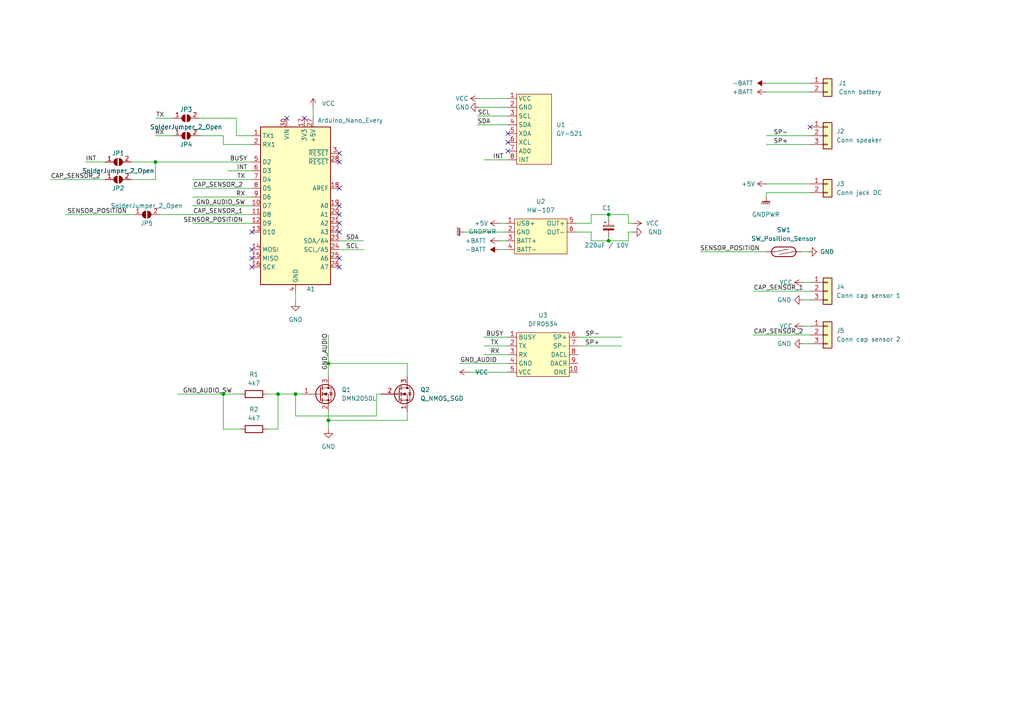
<source format=kicad_sch>
(kicad_sch (version 20210406) (generator eeschema)

  (uuid a4e28311-a86a-46a8-a7b3-67e66a0e4a1b)

  (paper "A4")

  (lib_symbols
    (symbol "Connector_Generic:Conn_01x02" (pin_names (offset 1.016) hide) (in_bom yes) (on_board yes)
      (property "Reference" "J" (id 0) (at 0 2.54 0)
        (effects (font (size 1.27 1.27)))
      )
      (property "Value" "Conn_01x02" (id 1) (at 0 -5.08 0)
        (effects (font (size 1.27 1.27)))
      )
      (property "Footprint" "" (id 2) (at 0 0 0)
        (effects (font (size 1.27 1.27)) hide)
      )
      (property "Datasheet" "~" (id 3) (at 0 0 0)
        (effects (font (size 1.27 1.27)) hide)
      )
      (property "ki_keywords" "connector" (id 4) (at 0 0 0)
        (effects (font (size 1.27 1.27)) hide)
      )
      (property "ki_description" "Generic connector, single row, 01x02, script generated (kicad-library-utils/schlib/autogen/connector/)" (id 5) (at 0 0 0)
        (effects (font (size 1.27 1.27)) hide)
      )
      (property "ki_fp_filters" "Connector*:*_1x??_*" (id 6) (at 0 0 0)
        (effects (font (size 1.27 1.27)) hide)
      )
      (symbol "Conn_01x02_1_1"
        (rectangle (start -1.27 -2.413) (end 0 -2.667)
          (stroke (width 0.1524)) (fill (type none))
        )
        (rectangle (start -1.27 0.127) (end 0 -0.127)
          (stroke (width 0.1524)) (fill (type none))
        )
        (rectangle (start -1.27 1.27) (end 1.27 -3.81)
          (stroke (width 0.254)) (fill (type background))
        )
        (pin passive line (at -5.08 0 0) (length 3.81)
          (name "Pin_1" (effects (font (size 1.27 1.27))))
          (number "1" (effects (font (size 1.27 1.27))))
        )
        (pin passive line (at -5.08 -2.54 0) (length 3.81)
          (name "Pin_2" (effects (font (size 1.27 1.27))))
          (number "2" (effects (font (size 1.27 1.27))))
        )
      )
    )
    (symbol "Connector_Generic:Conn_01x03" (pin_names (offset 1.016) hide) (in_bom yes) (on_board yes)
      (property "Reference" "J" (id 0) (at 0 5.08 0)
        (effects (font (size 1.27 1.27)))
      )
      (property "Value" "Conn_01x03" (id 1) (at 0 -5.08 0)
        (effects (font (size 1.27 1.27)))
      )
      (property "Footprint" "" (id 2) (at 0 0 0)
        (effects (font (size 1.27 1.27)) hide)
      )
      (property "Datasheet" "~" (id 3) (at 0 0 0)
        (effects (font (size 1.27 1.27)) hide)
      )
      (property "ki_keywords" "connector" (id 4) (at 0 0 0)
        (effects (font (size 1.27 1.27)) hide)
      )
      (property "ki_description" "Generic connector, single row, 01x03, script generated (kicad-library-utils/schlib/autogen/connector/)" (id 5) (at 0 0 0)
        (effects (font (size 1.27 1.27)) hide)
      )
      (property "ki_fp_filters" "Connector*:*_1x??_*" (id 6) (at 0 0 0)
        (effects (font (size 1.27 1.27)) hide)
      )
      (symbol "Conn_01x03_1_1"
        (rectangle (start -1.27 -2.413) (end 0 -2.667)
          (stroke (width 0.1524)) (fill (type none))
        )
        (rectangle (start -1.27 0.127) (end 0 -0.127)
          (stroke (width 0.1524)) (fill (type none))
        )
        (rectangle (start -1.27 2.667) (end 0 2.413)
          (stroke (width 0.1524)) (fill (type none))
        )
        (rectangle (start -1.27 3.81) (end 1.27 -3.81)
          (stroke (width 0.254)) (fill (type background))
        )
        (pin passive line (at -5.08 2.54 0) (length 3.81)
          (name "Pin_1" (effects (font (size 1.27 1.27))))
          (number "1" (effects (font (size 1.27 1.27))))
        )
        (pin passive line (at -5.08 0 0) (length 3.81)
          (name "Pin_2" (effects (font (size 1.27 1.27))))
          (number "2" (effects (font (size 1.27 1.27))))
        )
        (pin passive line (at -5.08 -2.54 0) (length 3.81)
          (name "Pin_3" (effects (font (size 1.27 1.27))))
          (number "3" (effects (font (size 1.27 1.27))))
        )
      )
    )
    (symbol "Device:C_Polarized_Small" (pin_numbers hide) (pin_names (offset 0.254) hide) (in_bom yes) (on_board yes)
      (property "Reference" "C" (id 0) (at 0.254 1.778 0)
        (effects (font (size 1.27 1.27)) (justify left))
      )
      (property "Value" "C_Polarized_Small" (id 1) (at 0.254 -2.032 0)
        (effects (font (size 1.27 1.27)) (justify left))
      )
      (property "Footprint" "" (id 2) (at 0 0 0)
        (effects (font (size 1.27 1.27)) hide)
      )
      (property "Datasheet" "~" (id 3) (at 0 0 0)
        (effects (font (size 1.27 1.27)) hide)
      )
      (property "ki_keywords" "cap capacitor" (id 4) (at 0 0 0)
        (effects (font (size 1.27 1.27)) hide)
      )
      (property "ki_description" "Polarized capacitor, small symbol" (id 5) (at 0 0 0)
        (effects (font (size 1.27 1.27)) hide)
      )
      (property "ki_fp_filters" "CP_*" (id 6) (at 0 0 0)
        (effects (font (size 1.27 1.27)) hide)
      )
      (symbol "C_Polarized_Small_0_1"
        (rectangle (start -1.524 0.6858) (end 1.524 0.3048)
          (stroke (width 0)) (fill (type none))
        )
        (rectangle (start -1.524 -0.3048) (end 1.524 -0.6858)
          (stroke (width 0)) (fill (type outline))
        )
        (polyline
          (pts
            (xy -1.27 1.524)
            (xy -0.762 1.524)
          )
          (stroke (width 0)) (fill (type none))
        )
        (polyline
          (pts
            (xy -1.016 1.27)
            (xy -1.016 1.778)
          )
          (stroke (width 0)) (fill (type none))
        )
      )
      (symbol "C_Polarized_Small_1_1"
        (pin passive line (at 0 2.54 270) (length 1.8542)
          (name "~" (effects (font (size 1.27 1.27))))
          (number "1" (effects (font (size 1.27 1.27))))
        )
        (pin passive line (at 0 -2.54 90) (length 1.8542)
          (name "~" (effects (font (size 1.27 1.27))))
          (number "2" (effects (font (size 1.27 1.27))))
        )
      )
    )
    (symbol "Device:Q_NMOS_SGD" (pin_names (offset 0) hide) (in_bom yes) (on_board yes)
      (property "Reference" "Q" (id 0) (at 5.08 1.27 0)
        (effects (font (size 1.27 1.27)) (justify left))
      )
      (property "Value" "Q_NMOS_SGD" (id 1) (at 5.08 -1.27 0)
        (effects (font (size 1.27 1.27)) (justify left))
      )
      (property "Footprint" "" (id 2) (at 5.08 2.54 0)
        (effects (font (size 1.27 1.27)) hide)
      )
      (property "Datasheet" "~" (id 3) (at 0 0 0)
        (effects (font (size 1.27 1.27)) hide)
      )
      (property "ki_keywords" "transistor NMOS N-MOS N-MOSFET" (id 4) (at 0 0 0)
        (effects (font (size 1.27 1.27)) hide)
      )
      (property "ki_description" "N-MOSFET transistor, source/gate/drain" (id 5) (at 0 0 0)
        (effects (font (size 1.27 1.27)) hide)
      )
      (symbol "Q_NMOS_SGD_0_1"
        (circle (center 1.651 0) (radius 2.794) (stroke (width 0.254)) (fill (type none)))
        (circle (center 2.54 -1.778) (radius 0.254) (stroke (width 0)) (fill (type outline)))
        (circle (center 2.54 1.778) (radius 0.254) (stroke (width 0)) (fill (type outline)))
        (polyline
          (pts
            (xy 0.254 0)
            (xy -2.54 0)
          )
          (stroke (width 0)) (fill (type none))
        )
        (polyline
          (pts
            (xy 0.254 1.905)
            (xy 0.254 -1.905)
          )
          (stroke (width 0.254)) (fill (type none))
        )
        (polyline
          (pts
            (xy 0.762 -1.27)
            (xy 0.762 -2.286)
          )
          (stroke (width 0.254)) (fill (type none))
        )
        (polyline
          (pts
            (xy 0.762 0.508)
            (xy 0.762 -0.508)
          )
          (stroke (width 0.254)) (fill (type none))
        )
        (polyline
          (pts
            (xy 0.762 2.286)
            (xy 0.762 1.27)
          )
          (stroke (width 0.254)) (fill (type none))
        )
        (polyline
          (pts
            (xy 2.54 2.54)
            (xy 2.54 1.778)
          )
          (stroke (width 0)) (fill (type none))
        )
        (polyline
          (pts
            (xy 2.54 -2.54)
            (xy 2.54 0)
            (xy 0.762 0)
          )
          (stroke (width 0)) (fill (type none))
        )
        (polyline
          (pts
            (xy 0.762 -1.778)
            (xy 3.302 -1.778)
            (xy 3.302 1.778)
            (xy 0.762 1.778)
          )
          (stroke (width 0)) (fill (type none))
        )
        (polyline
          (pts
            (xy 2.794 0.508)
            (xy 2.921 0.381)
            (xy 3.683 0.381)
            (xy 3.81 0.254)
          )
          (stroke (width 0)) (fill (type none))
        )
        (polyline
          (pts
            (xy 3.302 0.381)
            (xy 2.921 -0.254)
            (xy 3.683 -0.254)
            (xy 3.302 0.381)
          )
          (stroke (width 0)) (fill (type none))
        )
        (polyline
          (pts
            (xy 1.016 0)
            (xy 2.032 0.381)
            (xy 2.032 -0.381)
            (xy 1.016 0)
          )
          (stroke (width 0)) (fill (type outline))
        )
      )
      (symbol "Q_NMOS_SGD_1_1"
        (pin passive line (at 2.54 -5.08 90) (length 2.54)
          (name "S" (effects (font (size 1.27 1.27))))
          (number "1" (effects (font (size 1.27 1.27))))
        )
        (pin input line (at -5.08 0 0) (length 5.08)
          (name "G" (effects (font (size 1.27 1.27))))
          (number "2" (effects (font (size 1.27 1.27))))
        )
        (pin passive line (at 2.54 5.08 270) (length 2.54)
          (name "D" (effects (font (size 1.27 1.27))))
          (number "3" (effects (font (size 1.27 1.27))))
        )
      )
    )
    (symbol "Device:R" (pin_numbers hide) (pin_names (offset 0)) (in_bom yes) (on_board yes)
      (property "Reference" "R" (id 0) (at 2.032 0 90)
        (effects (font (size 1.27 1.27)))
      )
      (property "Value" "R" (id 1) (at 0 0 90)
        (effects (font (size 1.27 1.27)))
      )
      (property "Footprint" "" (id 2) (at -1.778 0 90)
        (effects (font (size 1.27 1.27)) hide)
      )
      (property "Datasheet" "~" (id 3) (at 0 0 0)
        (effects (font (size 1.27 1.27)) hide)
      )
      (property "ki_keywords" "R res resistor" (id 4) (at 0 0 0)
        (effects (font (size 1.27 1.27)) hide)
      )
      (property "ki_description" "Resistor" (id 5) (at 0 0 0)
        (effects (font (size 1.27 1.27)) hide)
      )
      (property "ki_fp_filters" "R_*" (id 6) (at 0 0 0)
        (effects (font (size 1.27 1.27)) hide)
      )
      (symbol "R_0_1"
        (rectangle (start -1.016 -2.54) (end 1.016 2.54)
          (stroke (width 0.254)) (fill (type none))
        )
      )
      (symbol "R_1_1"
        (pin passive line (at 0 3.81 270) (length 1.27)
          (name "~" (effects (font (size 1.27 1.27))))
          (number "1" (effects (font (size 1.27 1.27))))
        )
        (pin passive line (at 0 -3.81 90) (length 1.27)
          (name "~" (effects (font (size 1.27 1.27))))
          (number "2" (effects (font (size 1.27 1.27))))
        )
      )
    )
    (symbol "Jumper:SolderJumper_2_Open" (pin_names (offset 0) hide) (in_bom yes) (on_board yes)
      (property "Reference" "JP" (id 0) (at 0 2.032 0)
        (effects (font (size 1.27 1.27)))
      )
      (property "Value" "SolderJumper_2_Open" (id 1) (at 0 -2.54 0)
        (effects (font (size 1.27 1.27)))
      )
      (property "Footprint" "" (id 2) (at 0 0 0)
        (effects (font (size 1.27 1.27)) hide)
      )
      (property "Datasheet" "~" (id 3) (at 0 0 0)
        (effects (font (size 1.27 1.27)) hide)
      )
      (property "ki_keywords" "solder jumper SPST" (id 4) (at 0 0 0)
        (effects (font (size 1.27 1.27)) hide)
      )
      (property "ki_description" "Solder Jumper, 2-pole, open" (id 5) (at 0 0 0)
        (effects (font (size 1.27 1.27)) hide)
      )
      (property "ki_fp_filters" "SolderJumper*Open*" (id 6) (at 0 0 0)
        (effects (font (size 1.27 1.27)) hide)
      )
      (symbol "SolderJumper_2_Open_0_1"
        (arc (start -0.254 1.016) (end -0.254 -1.016) (radius (at -0.254 0) (length 1.016) (angles 90.1 -90.1))
          (stroke (width 0)) (fill (type none))
        )
        (arc (start 0.254 -1.016) (end 0.254 1.016) (radius (at 0.254 0) (length 1.016) (angles -89.9 89.9))
          (stroke (width 0)) (fill (type none))
        )
        (arc (start -0.254 1.016) (end -0.254 -1.016) (radius (at -0.254 0) (length 1.016) (angles 90.1 -90.1))
          (stroke (width 0)) (fill (type outline))
        )
        (arc (start 0.254 -1.016) (end 0.254 1.016) (radius (at 0.254 0) (length 1.016) (angles -89.9 89.9))
          (stroke (width 0)) (fill (type outline))
        )
        (polyline
          (pts
            (xy -0.254 1.016)
            (xy -0.254 -1.016)
          )
          (stroke (width 0)) (fill (type none))
        )
        (polyline
          (pts
            (xy 0.254 1.016)
            (xy 0.254 -1.016)
          )
          (stroke (width 0)) (fill (type none))
        )
      )
      (symbol "SolderJumper_2_Open_1_1"
        (pin passive line (at -3.81 0 0) (length 2.54)
          (name "A" (effects (font (size 1.27 1.27))))
          (number "1" (effects (font (size 1.27 1.27))))
        )
        (pin passive line (at 3.81 0 180) (length 2.54)
          (name "B" (effects (font (size 1.27 1.27))))
          (number "2" (effects (font (size 1.27 1.27))))
        )
      )
    )
    (symbol "MCU_Module:Arduino_Nano_Every" (in_bom yes) (on_board yes)
      (property "Reference" "A" (id 0) (at -10.16 23.495 0)
        (effects (font (size 1.27 1.27)) (justify left bottom))
      )
      (property "Value" "Arduino_Nano_Every" (id 1) (at 5.08 -24.13 0)
        (effects (font (size 1.27 1.27)) (justify left top))
      )
      (property "Footprint" "Module:Arduino_Nano" (id 2) (at 0 0 0)
        (effects (font (size 1.27 1.27) italic) hide)
      )
      (property "Datasheet" "https://content.arduino.cc/assets/NANOEveryV3.0_sch.pdf" (id 3) (at 0 0 0)
        (effects (font (size 1.27 1.27)) hide)
      )
      (property "ki_keywords" "Arduino nano microcontroller module USB UPDI AATMega4809 AVR" (id 4) (at 0 0 0)
        (effects (font (size 1.27 1.27)) hide)
      )
      (property "ki_description" "Arduino Nano Every" (id 5) (at 0 0 0)
        (effects (font (size 1.27 1.27)) hide)
      )
      (property "ki_fp_filters" "Arduino*Nano*" (id 6) (at 0 0 0)
        (effects (font (size 1.27 1.27)) hide)
      )
      (symbol "Arduino_Nano_Every_0_1"
        (rectangle (start -10.16 22.86) (end 10.16 -22.86)
          (stroke (width 0.254)) (fill (type background))
        )
      )
      (symbol "Arduino_Nano_Every_1_1"
        (pin bidirectional line (at -12.7 20.32 0) (length 2.54)
          (name "TX1" (effects (font (size 1.27 1.27))))
          (number "1" (effects (font (size 1.27 1.27))))
        )
        (pin bidirectional line (at -12.7 0 0) (length 2.54)
          (name "D7" (effects (font (size 1.27 1.27))))
          (number "10" (effects (font (size 1.27 1.27))))
        )
        (pin bidirectional line (at -12.7 -2.54 0) (length 2.54)
          (name "D8" (effects (font (size 1.27 1.27))))
          (number "11" (effects (font (size 1.27 1.27))))
        )
        (pin bidirectional line (at -12.7 -5.08 0) (length 2.54)
          (name "D9" (effects (font (size 1.27 1.27))))
          (number "12" (effects (font (size 1.27 1.27))))
        )
        (pin bidirectional line (at -12.7 -7.62 0) (length 2.54)
          (name "D10" (effects (font (size 1.27 1.27))))
          (number "13" (effects (font (size 1.27 1.27))))
        )
        (pin bidirectional line (at -12.7 -12.7 0) (length 2.54)
          (name "MOSI" (effects (font (size 1.27 1.27))))
          (number "14" (effects (font (size 1.27 1.27))))
        )
        (pin bidirectional line (at -12.7 -15.24 0) (length 2.54)
          (name "MISO" (effects (font (size 1.27 1.27))))
          (number "15" (effects (font (size 1.27 1.27))))
        )
        (pin bidirectional line (at -12.7 -17.78 0) (length 2.54)
          (name "SCK" (effects (font (size 1.27 1.27))))
          (number "16" (effects (font (size 1.27 1.27))))
        )
        (pin power_out line (at 2.54 25.4 270) (length 2.54)
          (name "3V3" (effects (font (size 1.27 1.27))))
          (number "17" (effects (font (size 1.27 1.27))))
        )
        (pin input line (at 12.7 5.08 180) (length 2.54)
          (name "AREF" (effects (font (size 1.27 1.27))))
          (number "18" (effects (font (size 1.27 1.27))))
        )
        (pin bidirectional line (at 12.7 0 180) (length 2.54)
          (name "A0" (effects (font (size 1.27 1.27))))
          (number "19" (effects (font (size 1.27 1.27))))
        )
        (pin bidirectional line (at -12.7 17.78 0) (length 2.54)
          (name "RX1" (effects (font (size 1.27 1.27))))
          (number "2" (effects (font (size 1.27 1.27))))
        )
        (pin bidirectional line (at 12.7 -2.54 180) (length 2.54)
          (name "A1" (effects (font (size 1.27 1.27))))
          (number "20" (effects (font (size 1.27 1.27))))
        )
        (pin bidirectional line (at 12.7 -5.08 180) (length 2.54)
          (name "A2" (effects (font (size 1.27 1.27))))
          (number "21" (effects (font (size 1.27 1.27))))
        )
        (pin bidirectional line (at 12.7 -7.62 180) (length 2.54)
          (name "A3" (effects (font (size 1.27 1.27))))
          (number "22" (effects (font (size 1.27 1.27))))
        )
        (pin bidirectional line (at 12.7 -10.16 180) (length 2.54)
          (name "SDA/A4" (effects (font (size 1.27 1.27))))
          (number "23" (effects (font (size 1.27 1.27))))
        )
        (pin bidirectional line (at 12.7 -12.7 180) (length 2.54)
          (name "SCL/A5" (effects (font (size 1.27 1.27))))
          (number "24" (effects (font (size 1.27 1.27))))
        )
        (pin bidirectional line (at 12.7 -15.24 180) (length 2.54)
          (name "A6" (effects (font (size 1.27 1.27))))
          (number "25" (effects (font (size 1.27 1.27))))
        )
        (pin bidirectional line (at 12.7 -17.78 180) (length 2.54)
          (name "A7" (effects (font (size 1.27 1.27))))
          (number "26" (effects (font (size 1.27 1.27))))
        )
        (pin power_out line (at 5.08 25.4 270) (length 2.54)
          (name "+5V" (effects (font (size 1.27 1.27))))
          (number "27" (effects (font (size 1.27 1.27))))
        )
        (pin input line (at 12.7 12.7 180) (length 2.54)
          (name "~{RESET}" (effects (font (size 1.27 1.27))))
          (number "28" (effects (font (size 1.27 1.27))))
        )
        (pin passive line (at 0 -25.4 90) (length 2.54) hide
          (name "GND" (effects (font (size 1.27 1.27))))
          (number "29" (effects (font (size 1.27 1.27))))
        )
        (pin input line (at 12.7 15.24 180) (length 2.54)
          (name "~{RESET}" (effects (font (size 1.27 1.27))))
          (number "3" (effects (font (size 1.27 1.27))))
        )
        (pin power_in line (at -2.54 25.4 270) (length 2.54)
          (name "VIN" (effects (font (size 1.27 1.27))))
          (number "30" (effects (font (size 1.27 1.27))))
        )
        (pin power_in line (at 0 -25.4 90) (length 2.54)
          (name "GND" (effects (font (size 1.27 1.27))))
          (number "4" (effects (font (size 1.27 1.27))))
        )
        (pin bidirectional line (at -12.7 12.7 0) (length 2.54)
          (name "D2" (effects (font (size 1.27 1.27))))
          (number "5" (effects (font (size 1.27 1.27))))
        )
        (pin bidirectional line (at -12.7 10.16 0) (length 2.54)
          (name "D3" (effects (font (size 1.27 1.27))))
          (number "6" (effects (font (size 1.27 1.27))))
        )
        (pin bidirectional line (at -12.7 7.62 0) (length 2.54)
          (name "D4" (effects (font (size 1.27 1.27))))
          (number "7" (effects (font (size 1.27 1.27))))
        )
        (pin bidirectional line (at -12.7 5.08 0) (length 2.54)
          (name "D5" (effects (font (size 1.27 1.27))))
          (number "8" (effects (font (size 1.27 1.27))))
        )
        (pin bidirectional line (at -12.7 2.54 0) (length 2.54)
          (name "D6" (effects (font (size 1.27 1.27))))
          (number "9" (effects (font (size 1.27 1.27))))
        )
      )
    )
    (symbol "Switch:SW_Reed" (pin_numbers hide) (pin_names (offset 0) hide) (in_bom yes) (on_board yes)
      (property "Reference" "SW" (id 0) (at 0 2.54 0)
        (effects (font (size 1.27 1.27)))
      )
      (property "Value" "SW_Reed" (id 1) (at 0 -2.54 0)
        (effects (font (size 1.27 1.27)))
      )
      (property "Footprint" "" (id 2) (at 0 0 0)
        (effects (font (size 1.27 1.27)) hide)
      )
      (property "Datasheet" "~" (id 3) (at 0 0 0)
        (effects (font (size 1.27 1.27)) hide)
      )
      (property "ki_keywords" "reed magnetic switch" (id 4) (at 0 0 0)
        (effects (font (size 1.27 1.27)) hide)
      )
      (property "ki_description" "reed switch" (id 5) (at 0 0 0)
        (effects (font (size 1.27 1.27)) hide)
      )
      (symbol "SW_Reed_0_0"
        (arc (start -2.159 1.397) (end -2.159 -1.397) (radius (at -2.159 0) (length 1.397) (angles 90.1 -90.1))
          (stroke (width 0.254)) (fill (type none))
        )
        (arc (start 2.159 -1.397) (end 2.159 1.397) (radius (at 2.159 0) (length 1.397) (angles -89.9 89.9))
          (stroke (width 0.254)) (fill (type none))
        )
        (polyline
          (pts
            (xy -2.54 0)
            (xy 1.27 0.762)
          )
          (stroke (width 0)) (fill (type none))
        )
        (polyline
          (pts
            (xy -2.159 -1.397)
            (xy 2.286 -1.397)
          )
          (stroke (width 0.254)) (fill (type none))
        )
        (polyline
          (pts
            (xy 2.159 1.397)
            (xy -2.159 1.397)
          )
          (stroke (width 0.254)) (fill (type none))
        )
        (polyline
          (pts
            (xy 2.54 0)
            (xy -1.27 -0.762)
          )
          (stroke (width 0)) (fill (type none))
        )
      )
      (symbol "SW_Reed_1_1"
        (pin passive line (at -5.08 0 0) (length 2.54)
          (name "1" (effects (font (size 1.27 1.27))))
          (number "1" (effects (font (size 1.27 1.27))))
        )
        (pin passive line (at 5.08 0 180) (length 2.54)
          (name "2" (effects (font (size 1.27 1.27))))
          (number "2" (effects (font (size 1.27 1.27))))
        )
      )
    )
    (symbol "Transistor_FET:DMN2050L" (pin_names hide) (in_bom yes) (on_board yes)
      (property "Reference" "Q" (id 0) (at 5.08 1.905 0)
        (effects (font (size 1.27 1.27)) (justify left))
      )
      (property "Value" "DMN2050L" (id 1) (at 5.08 0 0)
        (effects (font (size 1.27 1.27)) (justify left))
      )
      (property "Footprint" "Package_TO_SOT_SMD:SOT-23" (id 2) (at 5.08 -1.905 0)
        (effects (font (size 1.27 1.27) italic) (justify left) hide)
      )
      (property "Datasheet" "http://www.diodes.com/assets/Datasheets/ds31502.pdf" (id 3) (at 0 0 0)
        (effects (font (size 1.27 1.27)) (justify left) hide)
      )
      (property "ki_keywords" "N-Channel MOSFET" (id 4) (at 0 0 0)
        (effects (font (size 1.27 1.27)) hide)
      )
      (property "ki_description" "5.9A Id, 20V Vds, N-Channel MOSFET, SOT-23" (id 5) (at 0 0 0)
        (effects (font (size 1.27 1.27)) hide)
      )
      (property "ki_fp_filters" "SOT?23*" (id 6) (at 0 0 0)
        (effects (font (size 1.27 1.27)) hide)
      )
      (symbol "DMN2050L_0_1"
        (circle (center 1.651 0) (radius 2.794) (stroke (width 0.254)) (fill (type none)))
        (circle (center 2.54 -1.778) (radius 0.254) (stroke (width 0)) (fill (type outline)))
        (circle (center 2.54 1.778) (radius 0.254) (stroke (width 0)) (fill (type outline)))
        (polyline
          (pts
            (xy 0.254 0)
            (xy -2.54 0)
          )
          (stroke (width 0)) (fill (type none))
        )
        (polyline
          (pts
            (xy 0.254 1.905)
            (xy 0.254 -1.905)
          )
          (stroke (width 0.254)) (fill (type none))
        )
        (polyline
          (pts
            (xy 0.762 -1.27)
            (xy 0.762 -2.286)
          )
          (stroke (width 0.254)) (fill (type none))
        )
        (polyline
          (pts
            (xy 0.762 0.508)
            (xy 0.762 -0.508)
          )
          (stroke (width 0.254)) (fill (type none))
        )
        (polyline
          (pts
            (xy 0.762 2.286)
            (xy 0.762 1.27)
          )
          (stroke (width 0.254)) (fill (type none))
        )
        (polyline
          (pts
            (xy 2.54 2.54)
            (xy 2.54 1.778)
          )
          (stroke (width 0)) (fill (type none))
        )
        (polyline
          (pts
            (xy 2.54 -2.54)
            (xy 2.54 0)
            (xy 0.762 0)
          )
          (stroke (width 0)) (fill (type none))
        )
        (polyline
          (pts
            (xy 0.762 -1.778)
            (xy 3.302 -1.778)
            (xy 3.302 1.778)
            (xy 0.762 1.778)
          )
          (stroke (width 0)) (fill (type none))
        )
        (polyline
          (pts
            (xy 2.794 0.508)
            (xy 2.921 0.381)
            (xy 3.683 0.381)
            (xy 3.81 0.254)
          )
          (stroke (width 0)) (fill (type none))
        )
        (polyline
          (pts
            (xy 3.302 0.381)
            (xy 2.921 -0.254)
            (xy 3.683 -0.254)
            (xy 3.302 0.381)
          )
          (stroke (width 0)) (fill (type none))
        )
        (polyline
          (pts
            (xy 1.016 0)
            (xy 2.032 0.381)
            (xy 2.032 -0.381)
            (xy 1.016 0)
          )
          (stroke (width 0)) (fill (type outline))
        )
      )
      (symbol "DMN2050L_1_1"
        (pin input line (at -5.08 0 0) (length 2.54)
          (name "G" (effects (font (size 1.27 1.27))))
          (number "1" (effects (font (size 1.27 1.27))))
        )
        (pin passive line (at 2.54 -5.08 90) (length 2.54)
          (name "S" (effects (font (size 1.27 1.27))))
          (number "2" (effects (font (size 1.27 1.27))))
        )
        (pin passive line (at 2.54 5.08 270) (length 2.54)
          (name "D" (effects (font (size 1.27 1.27))))
          (number "3" (effects (font (size 1.27 1.27))))
        )
      )
    )
    (symbol "boitarire_lib:DFR0534" (in_bom yes) (on_board yes)
      (property "Reference" "U" (id 0) (at 0 -12.7 0)
        (effects (font (size 1.27 1.27)))
      )
      (property "Value" "DFR0534" (id 1) (at 0 2.54 0)
        (effects (font (size 1.27 1.27)))
      )
      (property "Footprint" "" (id 2) (at 0 0 0)
        (effects (font (size 1.27 1.27)) hide)
      )
      (property "Datasheet" "" (id 3) (at 0 0 0)
        (effects (font (size 1.27 1.27)) hide)
      )
      (symbol "DFR0534_0_0"
        (pin bidirectional line (at -10.16 0 0) (length 2.54)
          (name "BUSY" (effects (font (size 1.27 1.27))))
          (number "1" (effects (font (size 1.27 1.27))))
        )
        (pin passive line (at 10.16 -10.16 180) (length 2.54)
          (name "ONE" (effects (font (size 1.27 1.27))))
          (number "10" (effects (font (size 1.27 1.27))))
        )
        (pin output line (at -10.16 -2.54 0) (length 2.54)
          (name "TX" (effects (font (size 1.27 1.27))))
          (number "2" (effects (font (size 1.27 1.27))))
        )
        (pin input line (at -10.16 -5.08 0) (length 2.54)
          (name "RX" (effects (font (size 1.27 1.27))))
          (number "3" (effects (font (size 1.27 1.27))))
        )
        (pin passive line (at -10.16 -7.62 0) (length 2.54)
          (name "GND" (effects (font (size 1.27 1.27))))
          (number "4" (effects (font (size 1.27 1.27))))
        )
        (pin power_in line (at -10.16 -10.16 0) (length 2.54)
          (name "VCC" (effects (font (size 1.27 1.27))))
          (number "5" (effects (font (size 1.27 1.27))))
        )
        (pin output line (at 10.16 0 180) (length 2.54)
          (name "SP+" (effects (font (size 1.27 1.27))))
          (number "6" (effects (font (size 1.27 1.27))))
        )
        (pin output line (at 10.16 -2.54 180) (length 2.54)
          (name "SP-" (effects (font (size 1.27 1.27))))
          (number "7" (effects (font (size 1.27 1.27))))
        )
        (pin output line (at 10.16 -5.08 180) (length 2.54)
          (name "DACL" (effects (font (size 1.27 1.27))))
          (number "8" (effects (font (size 1.27 1.27))))
        )
        (pin output line (at 10.16 -7.62 180) (length 2.54)
          (name "DACR" (effects (font (size 1.27 1.27))))
          (number "9" (effects (font (size 1.27 1.27))))
        )
        (pin passive line (at -2.54 -13.97 90) (length 2.54) hide
          (name "Screw_term_1" (effects (font (size 1.27 1.27))))
          (number "S1" (effects (font (size 1.27 1.27))))
        )
        (pin passive line (at 2.54 -13.97 90) (length 2.54) hide
          (name "Screw_term_2" (effects (font (size 1.27 1.27))))
          (number "S2" (effects (font (size 1.27 1.27))))
        )
      )
      (symbol "DFR0534_0_1"
        (rectangle (start -7.62 1.27) (end 7.62 -11.43)
          (stroke (width 0.1524)) (fill (type background))
        )
      )
    )
    (symbol "boitarire_lib:GY-521" (in_bom yes) (on_board yes)
      (property "Reference" "U" (id 0) (at 0 -20.32 0)
        (effects (font (size 1.27 1.27)))
      )
      (property "Value" "GY-521" (id 1) (at 0 2.54 0)
        (effects (font (size 1.27 1.27)))
      )
      (property "Footprint" "" (id 2) (at -7.62 0 0)
        (effects (font (size 1.27 1.27)) hide)
      )
      (property "Datasheet" "" (id 3) (at -7.62 0 0)
        (effects (font (size 1.27 1.27)) hide)
      )
      (symbol "GY-521_0_0"
        (pin power_in line (at -7.62 0 0) (length 2.54)
          (name "VCC" (effects (font (size 1.27 1.27))))
          (number "1" (effects (font (size 1.27 1.27))))
        )
        (pin passive line (at -7.62 -2.54 0) (length 2.54)
          (name "GND" (effects (font (size 1.27 1.27))))
          (number "2" (effects (font (size 1.27 1.27))))
        )
        (pin tri_state line (at -7.62 -5.08 0) (length 2.54)
          (name "SCL" (effects (font (size 1.27 1.27))))
          (number "3" (effects (font (size 1.27 1.27))))
        )
        (pin tri_state line (at -7.62 -7.62 0) (length 2.54)
          (name "SDA" (effects (font (size 1.27 1.27))))
          (number "4" (effects (font (size 1.27 1.27))))
        )
        (pin passive line (at -7.62 -10.16 0) (length 2.54)
          (name "XDA" (effects (font (size 1.27 1.27))))
          (number "5" (effects (font (size 1.27 1.27))))
        )
        (pin passive line (at -7.62 -12.7 0) (length 2.54)
          (name "XCL" (effects (font (size 1.27 1.27))))
          (number "6" (effects (font (size 1.27 1.27))))
        )
        (pin passive line (at -7.62 -15.24 0) (length 2.54)
          (name "AD0" (effects (font (size 1.27 1.27))))
          (number "7" (effects (font (size 1.27 1.27))))
        )
        (pin open_collector line (at -7.62 -17.78 0) (length 2.54)
          (name "INT" (effects (font (size 1.27 1.27))))
          (number "8" (effects (font (size 1.27 1.27))))
        )
      )
      (symbol "GY-521_0_1"
        (rectangle (start -5.08 1.27) (end 5.08 -19.05)
          (stroke (width 0.1524)) (fill (type background))
        )
      )
    )
    (symbol "boitarire_lib:HW-107" (in_bom yes) (on_board yes)
      (property "Reference" "U" (id 0) (at 0 -10.16 0)
        (effects (font (size 1.27 1.27)))
      )
      (property "Value" "HW-107" (id 1) (at 0 2.54 0)
        (effects (font (size 1.27 1.27)))
      )
      (property "Footprint" "" (id 2) (at 0 0 0)
        (effects (font (size 1.27 1.27)) hide)
      )
      (property "Datasheet" "" (id 3) (at 0 0 0)
        (effects (font (size 1.27 1.27)) hide)
      )
      (symbol "HW-107_0_0"
        (pin power_in line (at -10.16 0 0) (length 2.54)
          (name "USB+" (effects (font (size 1.27 1.27))))
          (number "1" (effects (font (size 1.27 1.27))))
        )
        (pin passive line (at -10.16 -2.54 0) (length 2.54)
          (name "GND" (effects (font (size 1.27 1.27))))
          (number "2" (effects (font (size 1.27 1.27))))
        )
        (pin power_in line (at -10.16 -5.08 0) (length 2.54)
          (name "BATT+" (effects (font (size 1.27 1.27))))
          (number "3" (effects (font (size 1.27 1.27))))
        )
        (pin passive line (at -10.16 -7.62 0) (length 2.54)
          (name "BATT-" (effects (font (size 1.27 1.27))))
          (number "4" (effects (font (size 1.27 1.27))))
        )
        (pin power_out line (at 10.16 0 180) (length 2.54)
          (name "OUT+" (effects (font (size 1.27 1.27))))
          (number "5" (effects (font (size 1.27 1.27))))
        )
        (pin passive line (at 10.16 -2.54 180) (length 2.54)
          (name "OUT-" (effects (font (size 1.27 1.27))))
          (number "6" (effects (font (size 1.27 1.27))))
        )
      )
      (symbol "HW-107_0_1"
        (rectangle (start -7.62 1.27) (end 7.62 -8.89)
          (stroke (width 0.1524)) (fill (type background))
        )
      )
    )
    (symbol "power:+5V" (power) (pin_names (offset 0)) (in_bom yes) (on_board yes)
      (property "Reference" "#PWR" (id 0) (at 0 -3.81 0)
        (effects (font (size 1.27 1.27)) hide)
      )
      (property "Value" "+5V" (id 1) (at 0 3.556 0)
        (effects (font (size 1.27 1.27)))
      )
      (property "Footprint" "" (id 2) (at 0 0 0)
        (effects (font (size 1.27 1.27)) hide)
      )
      (property "Datasheet" "" (id 3) (at 0 0 0)
        (effects (font (size 1.27 1.27)) hide)
      )
      (property "ki_keywords" "power-flag" (id 4) (at 0 0 0)
        (effects (font (size 1.27 1.27)) hide)
      )
      (property "ki_description" "Power symbol creates a global label with name \"+5V\"" (id 5) (at 0 0 0)
        (effects (font (size 1.27 1.27)) hide)
      )
      (symbol "+5V_0_1"
        (polyline
          (pts
            (xy -0.762 1.27)
            (xy 0 2.54)
          )
          (stroke (width 0)) (fill (type none))
        )
        (polyline
          (pts
            (xy 0 0)
            (xy 0 2.54)
          )
          (stroke (width 0)) (fill (type none))
        )
        (polyline
          (pts
            (xy 0 2.54)
            (xy 0.762 1.27)
          )
          (stroke (width 0)) (fill (type none))
        )
      )
      (symbol "+5V_1_1"
        (pin power_in line (at 0 0 90) (length 0) hide
          (name "+5V" (effects (font (size 1.27 1.27))))
          (number "1" (effects (font (size 1.27 1.27))))
        )
      )
    )
    (symbol "power:+BATT" (power) (pin_names (offset 0)) (in_bom yes) (on_board yes)
      (property "Reference" "#PWR" (id 0) (at 0 -3.81 0)
        (effects (font (size 1.27 1.27)) hide)
      )
      (property "Value" "+BATT" (id 1) (at 0 3.556 0)
        (effects (font (size 1.27 1.27)))
      )
      (property "Footprint" "" (id 2) (at 0 0 0)
        (effects (font (size 1.27 1.27)) hide)
      )
      (property "Datasheet" "" (id 3) (at 0 0 0)
        (effects (font (size 1.27 1.27)) hide)
      )
      (property "ki_keywords" "power-flag battery" (id 4) (at 0 0 0)
        (effects (font (size 1.27 1.27)) hide)
      )
      (property "ki_description" "Power symbol creates a global label with name \"+BATT\"" (id 5) (at 0 0 0)
        (effects (font (size 1.27 1.27)) hide)
      )
      (symbol "+BATT_0_1"
        (polyline
          (pts
            (xy -0.762 1.27)
            (xy 0 2.54)
          )
          (stroke (width 0)) (fill (type none))
        )
        (polyline
          (pts
            (xy 0 0)
            (xy 0 2.54)
          )
          (stroke (width 0)) (fill (type none))
        )
        (polyline
          (pts
            (xy 0 2.54)
            (xy 0.762 1.27)
          )
          (stroke (width 0)) (fill (type none))
        )
      )
      (symbol "+BATT_1_1"
        (pin power_in line (at 0 0 90) (length 0) hide
          (name "+BATT" (effects (font (size 1.27 1.27))))
          (number "1" (effects (font (size 1.27 1.27))))
        )
      )
    )
    (symbol "power:-BATT" (power) (pin_names (offset 0)) (in_bom yes) (on_board yes)
      (property "Reference" "#PWR" (id 0) (at 0 -3.81 0)
        (effects (font (size 1.27 1.27)) hide)
      )
      (property "Value" "-BATT" (id 1) (at 0 3.556 0)
        (effects (font (size 1.27 1.27)))
      )
      (property "Footprint" "" (id 2) (at 0 0 0)
        (effects (font (size 1.27 1.27)) hide)
      )
      (property "Datasheet" "" (id 3) (at 0 0 0)
        (effects (font (size 1.27 1.27)) hide)
      )
      (property "ki_keywords" "power-flag battery" (id 4) (at 0 0 0)
        (effects (font (size 1.27 1.27)) hide)
      )
      (property "ki_description" "Power symbol creates a global label with name \"-BATT\"" (id 5) (at 0 0 0)
        (effects (font (size 1.27 1.27)) hide)
      )
      (symbol "-BATT_0_1"
        (polyline
          (pts
            (xy 0 0)
            (xy 0 2.54)
          )
          (stroke (width 0)) (fill (type none))
        )
        (polyline
          (pts
            (xy 0.762 1.27)
            (xy -0.762 1.27)
            (xy 0 2.54)
            (xy 0.762 1.27)
          )
          (stroke (width 0)) (fill (type outline))
        )
      )
      (symbol "-BATT_1_1"
        (pin power_in line (at 0 0 90) (length 0) hide
          (name "-BATT" (effects (font (size 1.27 1.27))))
          (number "1" (effects (font (size 1.27 1.27))))
        )
      )
    )
    (symbol "power:GND" (power) (pin_names (offset 0)) (in_bom yes) (on_board yes)
      (property "Reference" "#PWR" (id 0) (at 0 -6.35 0)
        (effects (font (size 1.27 1.27)) hide)
      )
      (property "Value" "GND" (id 1) (at 0 -3.81 0)
        (effects (font (size 1.27 1.27)))
      )
      (property "Footprint" "" (id 2) (at 0 0 0)
        (effects (font (size 1.27 1.27)) hide)
      )
      (property "Datasheet" "" (id 3) (at 0 0 0)
        (effects (font (size 1.27 1.27)) hide)
      )
      (property "ki_keywords" "power-flag" (id 4) (at 0 0 0)
        (effects (font (size 1.27 1.27)) hide)
      )
      (property "ki_description" "Power symbol creates a global label with name \"GND\" , ground" (id 5) (at 0 0 0)
        (effects (font (size 1.27 1.27)) hide)
      )
      (symbol "GND_0_1"
        (polyline
          (pts
            (xy 0 0)
            (xy 0 -1.27)
            (xy 1.27 -1.27)
            (xy 0 -2.54)
            (xy -1.27 -1.27)
            (xy 0 -1.27)
          )
          (stroke (width 0)) (fill (type none))
        )
      )
      (symbol "GND_1_1"
        (pin power_in line (at 0 0 270) (length 0) hide
          (name "GND" (effects (font (size 1.27 1.27))))
          (number "1" (effects (font (size 1.27 1.27))))
        )
      )
    )
    (symbol "power:GNDPWR" (power) (pin_names (offset 0)) (in_bom yes) (on_board yes)
      (property "Reference" "#PWR" (id 0) (at 0 -5.08 0)
        (effects (font (size 1.27 1.27)) hide)
      )
      (property "Value" "GNDPWR" (id 1) (at 0 -3.302 0)
        (effects (font (size 1.27 1.27)))
      )
      (property "Footprint" "" (id 2) (at 0 -1.27 0)
        (effects (font (size 1.27 1.27)) hide)
      )
      (property "Datasheet" "" (id 3) (at 0 -1.27 0)
        (effects (font (size 1.27 1.27)) hide)
      )
      (property "ki_keywords" "power-flag" (id 4) (at 0 0 0)
        (effects (font (size 1.27 1.27)) hide)
      )
      (property "ki_description" "Power symbol creates a global label with name \"GNDPWR\" , power ground" (id 5) (at 0 0 0)
        (effects (font (size 1.27 1.27)) hide)
      )
      (symbol "GNDPWR_0_1"
        (polyline
          (pts
            (xy 0 -1.27)
            (xy 0 0)
          )
          (stroke (width 0)) (fill (type none))
        )
        (polyline
          (pts
            (xy -1.016 -1.27)
            (xy -1.27 -2.032)
            (xy -1.27 -2.032)
          )
          (stroke (width 0.2032)) (fill (type none))
        )
        (polyline
          (pts
            (xy -0.508 -1.27)
            (xy -0.762 -2.032)
            (xy -0.762 -2.032)
          )
          (stroke (width 0.2032)) (fill (type none))
        )
        (polyline
          (pts
            (xy 0 -1.27)
            (xy -0.254 -2.032)
            (xy -0.254 -2.032)
          )
          (stroke (width 0.2032)) (fill (type none))
        )
        (polyline
          (pts
            (xy 0.508 -1.27)
            (xy 0.254 -2.032)
            (xy 0.254 -2.032)
          )
          (stroke (width 0.2032)) (fill (type none))
        )
        (polyline
          (pts
            (xy 1.016 -1.27)
            (xy -1.016 -1.27)
            (xy -1.016 -1.27)
          )
          (stroke (width 0.2032)) (fill (type none))
        )
        (polyline
          (pts
            (xy 1.016 -1.27)
            (xy 0.762 -2.032)
            (xy 0.762 -2.032)
            (xy 0.762 -2.032)
          )
          (stroke (width 0.2032)) (fill (type none))
        )
      )
      (symbol "GNDPWR_1_1"
        (pin power_in line (at 0 0 270) (length 0) hide
          (name "GNDPWR" (effects (font (size 1.27 1.27))))
          (number "1" (effects (font (size 1.27 1.27))))
        )
      )
    )
    (symbol "power:VCC" (power) (pin_names (offset 0)) (in_bom yes) (on_board yes)
      (property "Reference" "#PWR" (id 0) (at 0 -3.81 0)
        (effects (font (size 1.27 1.27)) hide)
      )
      (property "Value" "VCC" (id 1) (at 0 3.81 0)
        (effects (font (size 1.27 1.27)))
      )
      (property "Footprint" "" (id 2) (at 0 0 0)
        (effects (font (size 1.27 1.27)) hide)
      )
      (property "Datasheet" "" (id 3) (at 0 0 0)
        (effects (font (size 1.27 1.27)) hide)
      )
      (property "ki_keywords" "power-flag" (id 4) (at 0 0 0)
        (effects (font (size 1.27 1.27)) hide)
      )
      (property "ki_description" "Power symbol creates a global label with name \"VCC\"" (id 5) (at 0 0 0)
        (effects (font (size 1.27 1.27)) hide)
      )
      (symbol "VCC_0_1"
        (polyline
          (pts
            (xy -0.762 1.27)
            (xy 0 2.54)
          )
          (stroke (width 0)) (fill (type none))
        )
        (polyline
          (pts
            (xy 0 0)
            (xy 0 2.54)
          )
          (stroke (width 0)) (fill (type none))
        )
        (polyline
          (pts
            (xy 0 2.54)
            (xy 0.762 1.27)
          )
          (stroke (width 0)) (fill (type none))
        )
      )
      (symbol "VCC_1_1"
        (pin power_in line (at 0 0 90) (length 0) hide
          (name "VCC" (effects (font (size 1.27 1.27))))
          (number "1" (effects (font (size 1.27 1.27))))
        )
      )
    )
  )

  (junction (at 45.085 46.99) (diameter 0.9144) (color 0 0 0 0))
  (junction (at 64.77 114.3) (diameter 0.9144) (color 0 0 0 0))
  (junction (at 80.645 114.3) (diameter 0.9144) (color 0 0 0 0))
  (junction (at 85.725 114.3) (diameter 0.9144) (color 0 0 0 0))
  (junction (at 95.25 105.41) (diameter 0.9144) (color 0 0 0 0))
  (junction (at 95.25 121.92) (diameter 0.9144) (color 0 0 0 0))
  (junction (at 176.53 62.23) (diameter 0.9144) (color 0 0 0 0))
  (junction (at 176.53 69.85) (diameter 0.9144) (color 0 0 0 0))

  (no_connect (at 73.025 67.31) (uuid ab7ce74b-ee2b-4a4c-b809-13360a25bbaa))
  (no_connect (at 73.025 72.39) (uuid ab7ce74b-ee2b-4a4c-b809-13360a25bbaa))
  (no_connect (at 73.025 74.93) (uuid d1e75edf-cf82-445e-95c6-d89447be959e))
  (no_connect (at 73.025 77.47) (uuid d1e75edf-cf82-445e-95c6-d89447be959e))
  (no_connect (at 83.185 34.29) (uuid dc6bfbcc-0a95-4a29-874c-ba0a81e500f9))
  (no_connect (at 88.265 34.29) (uuid 8aff41e1-8e9f-4d0a-86aa-a6a1e18e190b))
  (no_connect (at 98.425 44.45) (uuid 8b8b8863-032b-4ccc-8f2e-ac11a3ef7540))
  (no_connect (at 98.425 46.99) (uuid af056d36-b7ab-4e30-b8a9-b191db0f29ad))
  (no_connect (at 98.425 54.61) (uuid 76949eab-eb9f-46f5-8f27-0eb9eac6fb91))
  (no_connect (at 98.425 59.69) (uuid ab7ce74b-ee2b-4a4c-b809-13360a25bbaa))
  (no_connect (at 98.425 62.23) (uuid ab7ce74b-ee2b-4a4c-b809-13360a25bbaa))
  (no_connect (at 98.425 64.77) (uuid 94232c53-d43d-413e-8072-8de6809aa233))
  (no_connect (at 98.425 67.31) (uuid 94232c53-d43d-413e-8072-8de6809aa233))
  (no_connect (at 98.425 74.93) (uuid ab7ce74b-ee2b-4a4c-b809-13360a25bbaa))
  (no_connect (at 98.425 77.47) (uuid ab7ce74b-ee2b-4a4c-b809-13360a25bbaa))
  (no_connect (at 147.32 38.735) (uuid a91a47b6-45e3-4d69-9025-3333457be20c))
  (no_connect (at 147.32 41.275) (uuid a91a47b6-45e3-4d69-9025-3333457be20c))
  (no_connect (at 147.32 43.815) (uuid a91a47b6-45e3-4d69-9025-3333457be20c))
  (no_connect (at 234.95 36.83) (uuid de0c4f2d-a0c1-4c4c-8db9-6418d1c82091))

  (wire (pts (xy 14.605 52.07) (xy 30.48 52.07))
    (stroke (width 0) (type solid) (color 0 0 0 0))
    (uuid ba1ac7c7-58c8-4b38-a99e-c3c87703a3f5)
  )
  (wire (pts (xy 19.05 62.23) (xy 38.735 62.23))
    (stroke (width 0) (type solid) (color 0 0 0 0))
    (uuid 808faf7e-d1cb-411e-bb51-cc36110d9f89)
  )
  (wire (pts (xy 24.765 46.99) (xy 30.48 46.99))
    (stroke (width 0) (type solid) (color 0 0 0 0))
    (uuid 8c254baf-a078-47c9-aa6d-e4b259b34e6a)
  )
  (wire (pts (xy 38.1 46.99) (xy 45.085 46.99))
    (stroke (width 0) (type solid) (color 0 0 0 0))
    (uuid 665975c4-c60d-4f29-8a3e-00c37b6703f5)
  )
  (wire (pts (xy 38.1 52.07) (xy 45.085 52.07))
    (stroke (width 0) (type solid) (color 0 0 0 0))
    (uuid 28ac5b6c-fc13-4e74-95cb-400bb70ad3dd)
  )
  (wire (pts (xy 45.085 34.29) (xy 50.165 34.29))
    (stroke (width 0) (type solid) (color 0 0 0 0))
    (uuid 5e6f544e-3a87-4537-b227-c6155154a48b)
  )
  (wire (pts (xy 45.085 39.37) (xy 50.165 39.37))
    (stroke (width 0) (type solid) (color 0 0 0 0))
    (uuid a62ff7e5-5eb3-4f21-90be-7570600f6e69)
  )
  (wire (pts (xy 45.085 46.99) (xy 73.025 46.99))
    (stroke (width 0) (type solid) (color 0 0 0 0))
    (uuid 665975c4-c60d-4f29-8a3e-00c37b6703f5)
  )
  (wire (pts (xy 45.085 52.07) (xy 45.085 46.99))
    (stroke (width 0) (type solid) (color 0 0 0 0))
    (uuid 28ac5b6c-fc13-4e74-95cb-400bb70ad3dd)
  )
  (wire (pts (xy 46.355 62.23) (xy 73.025 62.23))
    (stroke (width 0) (type solid) (color 0 0 0 0))
    (uuid 45585876-6a02-493c-af45-87a75d8817ec)
  )
  (wire (pts (xy 55.88 52.07) (xy 73.025 52.07))
    (stroke (width 0) (type solid) (color 0 0 0 0))
    (uuid 52d4550c-643b-46e2-a9fe-c0c93d2a39db)
  )
  (wire (pts (xy 55.88 54.61) (xy 73.025 54.61))
    (stroke (width 0) (type solid) (color 0 0 0 0))
    (uuid ac0153b0-410c-4492-873e-84512e335537)
  )
  (wire (pts (xy 55.88 57.15) (xy 73.025 57.15))
    (stroke (width 0) (type solid) (color 0 0 0 0))
    (uuid bb81feff-61e8-44e4-8f92-f27c8f1f9cdc)
  )
  (wire (pts (xy 55.88 59.69) (xy 73.025 59.69))
    (stroke (width 0) (type solid) (color 0 0 0 0))
    (uuid ca35b177-f944-4900-b080-5df917f32965)
  )
  (wire (pts (xy 55.88 64.77) (xy 73.025 64.77))
    (stroke (width 0) (type solid) (color 0 0 0 0))
    (uuid c7a3e5a9-10e1-416c-89c1-1951c7a7f523)
  )
  (wire (pts (xy 64.77 39.37) (xy 57.785 39.37))
    (stroke (width 0) (type solid) (color 0 0 0 0))
    (uuid 010f293e-3467-4bcf-ab72-e71d28abe594)
  )
  (wire (pts (xy 64.77 41.91) (xy 64.77 39.37))
    (stroke (width 0) (type solid) (color 0 0 0 0))
    (uuid 010f293e-3467-4bcf-ab72-e71d28abe594)
  )
  (wire (pts (xy 64.77 114.3) (xy 51.435 114.3))
    (stroke (width 0) (type solid) (color 0 0 0 0))
    (uuid cbff7501-a654-4529-9dd5-91a0748ba826)
  )
  (wire (pts (xy 64.77 124.46) (xy 64.77 114.3))
    (stroke (width 0) (type solid) (color 0 0 0 0))
    (uuid 67d0be7d-2646-42d1-9761-db8c1cb2e3e3)
  )
  (wire (pts (xy 66.04 49.53) (xy 73.025 49.53))
    (stroke (width 0) (type solid) (color 0 0 0 0))
    (uuid 5a940b15-4744-425a-81e8-8952d14f8fb6)
  )
  (wire (pts (xy 68.58 34.29) (xy 57.785 34.29))
    (stroke (width 0) (type solid) (color 0 0 0 0))
    (uuid 4dabf892-e820-41db-9d1e-90aa15230b7f)
  )
  (wire (pts (xy 68.58 39.37) (xy 68.58 34.29))
    (stroke (width 0) (type solid) (color 0 0 0 0))
    (uuid 4dabf892-e820-41db-9d1e-90aa15230b7f)
  )
  (wire (pts (xy 69.85 114.3) (xy 64.77 114.3))
    (stroke (width 0) (type solid) (color 0 0 0 0))
    (uuid cbff7501-a654-4529-9dd5-91a0748ba826)
  )
  (wire (pts (xy 69.85 124.46) (xy 64.77 124.46))
    (stroke (width 0) (type solid) (color 0 0 0 0))
    (uuid 67d0be7d-2646-42d1-9761-db8c1cb2e3e3)
  )
  (wire (pts (xy 73.025 39.37) (xy 68.58 39.37))
    (stroke (width 0) (type solid) (color 0 0 0 0))
    (uuid 4dabf892-e820-41db-9d1e-90aa15230b7f)
  )
  (wire (pts (xy 73.025 41.91) (xy 64.77 41.91))
    (stroke (width 0) (type solid) (color 0 0 0 0))
    (uuid 010f293e-3467-4bcf-ab72-e71d28abe594)
  )
  (wire (pts (xy 77.47 114.3) (xy 80.645 114.3))
    (stroke (width 0) (type solid) (color 0 0 0 0))
    (uuid 42c7c257-4e58-4d25-b2d0-31753495d957)
  )
  (wire (pts (xy 77.47 124.46) (xy 80.645 124.46))
    (stroke (width 0) (type solid) (color 0 0 0 0))
    (uuid 513fea89-84df-4b41-a367-d257330a6748)
  )
  (wire (pts (xy 80.645 114.3) (xy 85.725 114.3))
    (stroke (width 0) (type solid) (color 0 0 0 0))
    (uuid 42c7c257-4e58-4d25-b2d0-31753495d957)
  )
  (wire (pts (xy 80.645 124.46) (xy 80.645 114.3))
    (stroke (width 0) (type solid) (color 0 0 0 0))
    (uuid 513fea89-84df-4b41-a367-d257330a6748)
  )
  (wire (pts (xy 85.725 85.09) (xy 85.725 87.63))
    (stroke (width 0) (type solid) (color 0 0 0 0))
    (uuid 91d5a972-28f6-4dff-9c31-fdef204a47ee)
  )
  (wire (pts (xy 85.725 114.3) (xy 85.725 120.65))
    (stroke (width 0) (type solid) (color 0 0 0 0))
    (uuid 55c80eb1-563d-4266-8e54-8a2120bc6ab2)
  )
  (wire (pts (xy 85.725 114.3) (xy 87.63 114.3))
    (stroke (width 0) (type solid) (color 0 0 0 0))
    (uuid 42c7c257-4e58-4d25-b2d0-31753495d957)
  )
  (wire (pts (xy 85.725 120.65) (xy 109.22 120.65))
    (stroke (width 0) (type solid) (color 0 0 0 0))
    (uuid 55c80eb1-563d-4266-8e54-8a2120bc6ab2)
  )
  (wire (pts (xy 90.805 31.115) (xy 90.805 34.29))
    (stroke (width 0) (type solid) (color 0 0 0 0))
    (uuid a34b36ab-f3c8-446c-86b8-13c64b737128)
  )
  (wire (pts (xy 95.25 97.155) (xy 95.25 105.41))
    (stroke (width 0) (type solid) (color 0 0 0 0))
    (uuid 0179107b-2475-428d-9452-a330932dabd5)
  )
  (wire (pts (xy 95.25 105.41) (xy 95.25 109.22))
    (stroke (width 0) (type solid) (color 0 0 0 0))
    (uuid 0179107b-2475-428d-9452-a330932dabd5)
  )
  (wire (pts (xy 95.25 119.38) (xy 95.25 121.92))
    (stroke (width 0) (type solid) (color 0 0 0 0))
    (uuid 4f7dd8ef-4b76-4e3b-8bb1-aa46886a03dc)
  )
  (wire (pts (xy 95.25 121.92) (xy 95.25 124.46))
    (stroke (width 0) (type solid) (color 0 0 0 0))
    (uuid 4f7dd8ef-4b76-4e3b-8bb1-aa46886a03dc)
  )
  (wire (pts (xy 98.425 69.85) (xy 105.41 69.85))
    (stroke (width 0) (type solid) (color 0 0 0 0))
    (uuid c83a4e35-5f4e-4316-923a-79a55322c4c0)
  )
  (wire (pts (xy 98.425 72.39) (xy 105.41 72.39))
    (stroke (width 0) (type solid) (color 0 0 0 0))
    (uuid 44db3796-7a9b-4302-ada3-c557fc8db370)
  )
  (wire (pts (xy 109.22 114.3) (xy 110.49 114.3))
    (stroke (width 0) (type solid) (color 0 0 0 0))
    (uuid 55c80eb1-563d-4266-8e54-8a2120bc6ab2)
  )
  (wire (pts (xy 109.22 120.65) (xy 109.22 114.3))
    (stroke (width 0) (type solid) (color 0 0 0 0))
    (uuid 55c80eb1-563d-4266-8e54-8a2120bc6ab2)
  )
  (wire (pts (xy 118.11 105.41) (xy 95.25 105.41))
    (stroke (width 0) (type solid) (color 0 0 0 0))
    (uuid ac5fd8f9-f9c2-43be-8aba-29e123589e70)
  )
  (wire (pts (xy 118.11 109.22) (xy 118.11 105.41))
    (stroke (width 0) (type solid) (color 0 0 0 0))
    (uuid ac5fd8f9-f9c2-43be-8aba-29e123589e70)
  )
  (wire (pts (xy 118.11 119.38) (xy 118.11 121.92))
    (stroke (width 0) (type solid) (color 0 0 0 0))
    (uuid 2a3418a2-0037-42f2-92fa-35f2a2b549d5)
  )
  (wire (pts (xy 118.11 121.92) (xy 95.25 121.92))
    (stroke (width 0) (type solid) (color 0 0 0 0))
    (uuid 2a3418a2-0037-42f2-92fa-35f2a2b549d5)
  )
  (wire (pts (xy 133.35 105.41) (xy 147.32 105.41))
    (stroke (width 0) (type solid) (color 0 0 0 0))
    (uuid 73151e92-9ad5-403a-aee8-3a9c3c148b7e)
  )
  (wire (pts (xy 134.62 67.31) (xy 146.685 67.31))
    (stroke (width 0) (type solid) (color 0 0 0 0))
    (uuid d689df2e-8fcc-483f-a71f-3ad56e9ceec3)
  )
  (wire (pts (xy 135.89 107.95) (xy 147.32 107.95))
    (stroke (width 0) (type solid) (color 0 0 0 0))
    (uuid 70269300-c42e-4e64-a4a5-02999bf83732)
  )
  (wire (pts (xy 138.43 33.655) (xy 147.32 33.655))
    (stroke (width 0) (type solid) (color 0 0 0 0))
    (uuid b3ffc90e-cae9-4da8-a233-1c8c540cf9a3)
  )
  (wire (pts (xy 138.43 36.195) (xy 147.32 36.195))
    (stroke (width 0) (type solid) (color 0 0 0 0))
    (uuid bb31673c-ecae-4320-b017-766811d567fd)
  )
  (wire (pts (xy 139.065 28.575) (xy 147.32 28.575))
    (stroke (width 0) (type solid) (color 0 0 0 0))
    (uuid 3c6c2489-f0f4-4f78-97b8-9ea127bcd0c1)
  )
  (wire (pts (xy 139.065 31.115) (xy 147.32 31.115))
    (stroke (width 0) (type solid) (color 0 0 0 0))
    (uuid aef43846-9c44-4379-a6e4-856f1380db65)
  )
  (wire (pts (xy 140.335 46.355) (xy 147.32 46.355))
    (stroke (width 0) (type solid) (color 0 0 0 0))
    (uuid 14a2c095-84e4-499a-8f93-e16fac805cbc)
  )
  (wire (pts (xy 140.335 97.79) (xy 147.32 97.79))
    (stroke (width 0) (type solid) (color 0 0 0 0))
    (uuid 0255c38e-af2b-4065-aca5-a7932a1ee3c4)
  )
  (wire (pts (xy 140.335 100.33) (xy 147.32 100.33))
    (stroke (width 0) (type solid) (color 0 0 0 0))
    (uuid 86754b8d-0f83-4dd4-9ae7-0aedabd8ca0f)
  )
  (wire (pts (xy 140.335 102.87) (xy 147.32 102.87))
    (stroke (width 0) (type solid) (color 0 0 0 0))
    (uuid 04cbe4df-0e17-4599-82e8-6a65e976a79b)
  )
  (wire (pts (xy 144.78 64.77) (xy 146.685 64.77))
    (stroke (width 0) (type solid) (color 0 0 0 0))
    (uuid 1712a581-0146-4594-a1ab-92b63bcd3613)
  )
  (wire (pts (xy 144.78 69.85) (xy 146.685 69.85))
    (stroke (width 0) (type solid) (color 0 0 0 0))
    (uuid cc9d5905-6d13-4c96-92e0-32935b7934d4)
  )
  (wire (pts (xy 144.78 72.39) (xy 146.685 72.39))
    (stroke (width 0) (type solid) (color 0 0 0 0))
    (uuid 3001e2ae-73ed-4671-abad-102d1c828c87)
  )
  (wire (pts (xy 167.005 64.77) (xy 171.45 64.77))
    (stroke (width 0) (type solid) (color 0 0 0 0))
    (uuid 811f129c-08de-47ee-bd77-f411da9e077d)
  )
  (wire (pts (xy 167.005 67.31) (xy 171.45 67.31))
    (stroke (width 0) (type solid) (color 0 0 0 0))
    (uuid 449e02c7-b4b3-4f4d-8de3-eef3454fb5a2)
  )
  (wire (pts (xy 167.64 97.79) (xy 180.34 97.79))
    (stroke (width 0) (type solid) (color 0 0 0 0))
    (uuid c143599f-1475-4582-a57f-ded3c9094ab5)
  )
  (wire (pts (xy 167.64 100.33) (xy 180.34 100.33))
    (stroke (width 0) (type solid) (color 0 0 0 0))
    (uuid a54acedf-4f60-4098-97c7-527a0d079d46)
  )
  (wire (pts (xy 171.45 62.23) (xy 171.45 64.77))
    (stroke (width 0) (type solid) (color 0 0 0 0))
    (uuid 4fbc18dd-a37b-4a57-8d90-ff8492807421)
  )
  (wire (pts (xy 171.45 67.31) (xy 171.45 69.85))
    (stroke (width 0) (type solid) (color 0 0 0 0))
    (uuid 5967b596-5883-4bb9-9c76-d9c0bf44638c)
  )
  (wire (pts (xy 171.45 69.85) (xy 176.53 69.85))
    (stroke (width 0) (type solid) (color 0 0 0 0))
    (uuid 5967b596-5883-4bb9-9c76-d9c0bf44638c)
  )
  (wire (pts (xy 176.53 62.23) (xy 171.45 62.23))
    (stroke (width 0) (type solid) (color 0 0 0 0))
    (uuid 4fbc18dd-a37b-4a57-8d90-ff8492807421)
  )
  (wire (pts (xy 176.53 62.23) (xy 176.53 63.5))
    (stroke (width 0) (type solid) (color 0 0 0 0))
    (uuid c3935a14-8cc0-4d07-bf08-196736430929)
  )
  (wire (pts (xy 176.53 68.58) (xy 176.53 69.85))
    (stroke (width 0) (type solid) (color 0 0 0 0))
    (uuid 67a165d5-863d-407a-afbf-54cb61dee19c)
  )
  (wire (pts (xy 176.53 69.85) (xy 182.245 69.85))
    (stroke (width 0) (type solid) (color 0 0 0 0))
    (uuid 5967b596-5883-4bb9-9c76-d9c0bf44638c)
  )
  (wire (pts (xy 182.245 62.23) (xy 176.53 62.23))
    (stroke (width 0) (type solid) (color 0 0 0 0))
    (uuid 4fbc18dd-a37b-4a57-8d90-ff8492807421)
  )
  (wire (pts (xy 182.245 64.77) (xy 182.245 62.23))
    (stroke (width 0) (type solid) (color 0 0 0 0))
    (uuid 4fbc18dd-a37b-4a57-8d90-ff8492807421)
  )
  (wire (pts (xy 182.245 67.31) (xy 183.515 67.31))
    (stroke (width 0) (type solid) (color 0 0 0 0))
    (uuid 5967b596-5883-4bb9-9c76-d9c0bf44638c)
  )
  (wire (pts (xy 182.245 69.85) (xy 182.245 67.31))
    (stroke (width 0) (type solid) (color 0 0 0 0))
    (uuid 5967b596-5883-4bb9-9c76-d9c0bf44638c)
  )
  (wire (pts (xy 183.515 64.77) (xy 182.245 64.77))
    (stroke (width 0) (type solid) (color 0 0 0 0))
    (uuid 4fbc18dd-a37b-4a57-8d90-ff8492807421)
  )
  (wire (pts (xy 203.2 73.025) (xy 222.25 73.025))
    (stroke (width 0) (type solid) (color 0 0 0 0))
    (uuid c2506630-3220-4d89-b815-1e63d47ca571)
  )
  (wire (pts (xy 218.44 84.455) (xy 234.95 84.455))
    (stroke (width 0) (type solid) (color 0 0 0 0))
    (uuid 430705a1-25df-4ffa-88fc-4ae92e47ca31)
  )
  (wire (pts (xy 218.44 97.155) (xy 234.95 97.155))
    (stroke (width 0) (type solid) (color 0 0 0 0))
    (uuid 234e4414-9153-48f2-8141-5a3889703ed1)
  )
  (wire (pts (xy 222.25 24.13) (xy 234.95 24.13))
    (stroke (width 0) (type solid) (color 0 0 0 0))
    (uuid b4cf0067-af1d-4339-87b1-3f20de891c55)
  )
  (wire (pts (xy 222.25 26.67) (xy 234.95 26.67))
    (stroke (width 0) (type solid) (color 0 0 0 0))
    (uuid a0da9c1d-f5d2-43cf-b4d8-537c51315e8e)
  )
  (wire (pts (xy 222.25 39.37) (xy 234.95 39.37))
    (stroke (width 0) (type solid) (color 0 0 0 0))
    (uuid def8bb27-94ef-45cf-be33-a559f960e0fd)
  )
  (wire (pts (xy 222.25 41.91) (xy 234.95 41.91))
    (stroke (width 0) (type solid) (color 0 0 0 0))
    (uuid 46c2fe4e-9496-4b8f-a7c8-254596b1b63b)
  )
  (wire (pts (xy 222.25 53.34) (xy 234.95 53.34))
    (stroke (width 0) (type solid) (color 0 0 0 0))
    (uuid c3959664-66a6-42ba-a118-c5702a8b7c46)
  )
  (wire (pts (xy 222.25 55.88) (xy 222.25 57.15))
    (stroke (width 0) (type solid) (color 0 0 0 0))
    (uuid f3fb479b-b2e7-47e3-aa89-6aea9d899837)
  )
  (wire (pts (xy 222.25 55.88) (xy 234.95 55.88))
    (stroke (width 0) (type solid) (color 0 0 0 0))
    (uuid a9a15295-ca27-464a-8f13-a3e145c63593)
  )
  (wire (pts (xy 232.41 73.025) (xy 234.315 73.025))
    (stroke (width 0) (type solid) (color 0 0 0 0))
    (uuid 8ad660a5-8042-4eb5-afd8-43f034900cd9)
  )
  (wire (pts (xy 233.045 81.915) (xy 234.95 81.915))
    (stroke (width 0) (type solid) (color 0 0 0 0))
    (uuid a419d5bd-73db-4a6b-b5b2-e554951e638b)
  )
  (wire (pts (xy 233.045 86.995) (xy 234.95 86.995))
    (stroke (width 0) (type solid) (color 0 0 0 0))
    (uuid 56e146f1-bd58-424a-abc2-f6d95cdeb52f)
  )
  (wire (pts (xy 233.045 94.615) (xy 234.95 94.615))
    (stroke (width 0) (type solid) (color 0 0 0 0))
    (uuid 87adbddd-bd2d-42db-aec0-e1299f85ca00)
  )
  (wire (pts (xy 233.045 99.695) (xy 234.95 99.695))
    (stroke (width 0) (type solid) (color 0 0 0 0))
    (uuid fb54b757-071f-4d00-9006-2561726d8a6b)
  )

  (label "INT" (at 27.94 46.99 180)
    (effects (font (size 1.27 1.27)) (justify right bottom))
    (uuid 362032f5-6d0a-459f-bbb0-97b92d7a9e05)
  )
  (label "CAP_SENSOR_2" (at 29.21 52.07 180)
    (effects (font (size 1.27 1.27)) (justify right bottom))
    (uuid 15d1b39d-57f3-4180-affe-b1fe23cc1cdc)
  )
  (label "SENSOR_POSITION" (at 36.83 62.23 180)
    (effects (font (size 1.27 1.27)) (justify right bottom))
    (uuid d532ae84-88e7-4501-995f-b1f148d9a6d2)
  )
  (label "TX" (at 47.625 34.29 180)
    (effects (font (size 1.27 1.27)) (justify right bottom))
    (uuid 811ca5d4-53c4-4965-ae4a-556ed2af3da4)
  )
  (label "RX" (at 47.625 39.37 180)
    (effects (font (size 1.27 1.27)) (justify right bottom))
    (uuid f21a7dc6-7b81-4e57-b113-3aa3a968e221)
  )
  (label "GND_AUDIO_SW" (at 67.31 114.3 180)
    (effects (font (size 1.27 1.27)) (justify right bottom))
    (uuid e4e4779d-2ecb-49c0-9534-68ab6095c199)
  )
  (label "CAP_SENSOR_2" (at 70.485 54.61 180)
    (effects (font (size 1.27 1.27)) (justify right bottom))
    (uuid 34aea6a7-1495-44e0-817a-7805716ea8e4)
  )
  (label "CAP_SENSOR_1" (at 70.485 62.23 180)
    (effects (font (size 1.27 1.27)) (justify right bottom))
    (uuid 20edaf26-698c-4c41-a887-4946c183c4f4)
  )
  (label "SENSOR_POSITION" (at 70.485 64.77 180)
    (effects (font (size 1.27 1.27)) (justify right bottom))
    (uuid cb513867-7c80-4475-a286-94a6383ccd43)
  )
  (label "TX" (at 71.12 52.07 180)
    (effects (font (size 1.27 1.27)) (justify right bottom))
    (uuid 453acdb1-57f7-4164-9b1e-6a7ae3b4e4ad)
  )
  (label "RX" (at 71.12 57.15 180)
    (effects (font (size 1.27 1.27)) (justify right bottom))
    (uuid 206c54e2-9cc6-4cbb-a45a-a69393863cf2)
  )
  (label "GND_AUDIO_SW" (at 71.12 59.69 180)
    (effects (font (size 1.27 1.27)) (justify right bottom))
    (uuid 3b4d8709-7368-4f7f-9c7b-4bc486f0c536)
  )
  (label "BUSY" (at 71.755 46.99 180)
    (effects (font (size 1.27 1.27)) (justify right bottom))
    (uuid ca6aca75-d25a-4d1c-ba7d-e1fa4726b407)
  )
  (label "INT" (at 71.755 49.53 180)
    (effects (font (size 1.27 1.27)) (justify right bottom))
    (uuid 8f731e09-63af-42a0-946e-9857fdab0c43)
  )
  (label "GND_AUDIO" (at 95.25 107.315 90)
    (effects (font (size 1.27 1.27)) (justify left bottom))
    (uuid 568b9c6b-88a8-40d5-b1e9-229929cd0097)
  )
  (label "SDA" (at 100.33 69.85 0)
    (effects (font (size 1.27 1.27)) (justify left bottom))
    (uuid 60aae416-43c7-4240-b92e-760d45572213)
  )
  (label "SCL" (at 100.33 72.39 0)
    (effects (font (size 1.27 1.27)) (justify left bottom))
    (uuid 8aa8c6ae-71f3-4313-bbe2-93ad3588b0a8)
  )
  (label "SCL" (at 142.24 33.655 180)
    (effects (font (size 1.27 1.27)) (justify right bottom))
    (uuid 0f419381-1125-4249-86c3-60a73bf529f8)
  )
  (label "SDA" (at 142.24 36.195 180)
    (effects (font (size 1.27 1.27)) (justify right bottom))
    (uuid 2a7dbe0b-6223-400b-91f0-a79fb3317016)
  )
  (label "TX" (at 142.24 100.33 0)
    (effects (font (size 1.27 1.27)) (justify left bottom))
    (uuid e1d98df5-263b-4fd7-8fc0-f6f4f9669d2d)
  )
  (label "RX" (at 142.24 102.87 0)
    (effects (font (size 1.27 1.27)) (justify left bottom))
    (uuid 47049910-bc1c-4f92-a020-e5f856d1f1d6)
  )
  (label "GND_AUDIO" (at 144.145 105.41 180)
    (effects (font (size 1.27 1.27)) (justify right bottom))
    (uuid 2beb0dbc-c210-425d-8713-8c6ff7afd3dd)
  )
  (label "INT" (at 146.05 46.355 180)
    (effects (font (size 1.27 1.27)) (justify right bottom))
    (uuid 0c906a74-9fe2-4aad-b0d6-202a0753e09e)
  )
  (label "BUSY" (at 146.05 97.79 180)
    (effects (font (size 1.27 1.27)) (justify right bottom))
    (uuid a6924e9b-6022-4088-bc99-8ccc11bf3d6b)
  )
  (label "SP-" (at 173.99 97.79 180)
    (effects (font (size 1.27 1.27)) (justify right bottom))
    (uuid 6c2e17ab-7660-49d0-aae1-b63d3f6b391e)
  )
  (label "SP+" (at 173.99 100.33 180)
    (effects (font (size 1.27 1.27)) (justify right bottom))
    (uuid 9424edde-1dad-4a63-9d6c-f258463a9c42)
  )
  (label "SENSOR_POSITION" (at 220.345 73.025 180)
    (effects (font (size 1.27 1.27)) (justify right bottom))
    (uuid aa49bb48-545c-42e1-b201-c0c8a81616db)
  )
  (label "SP-" (at 228.6 39.37 180)
    (effects (font (size 1.27 1.27)) (justify right bottom))
    (uuid 9569abb0-9ded-430d-8126-9e7980c4a76a)
  )
  (label "SP+" (at 228.6 41.91 180)
    (effects (font (size 1.27 1.27)) (justify right bottom))
    (uuid 37b1f89e-8e5d-456c-a03d-cf4eff0c6483)
  )
  (label "CAP_SENSOR_1" (at 233.045 84.455 180)
    (effects (font (size 1.27 1.27)) (justify right bottom))
    (uuid 17bfb9b0-f0fe-485e-b69e-6afc16bad431)
  )
  (label "CAP_SENSOR_2" (at 233.045 97.155 180)
    (effects (font (size 1.27 1.27)) (justify right bottom))
    (uuid d98652e5-a72e-4e04-83d0-380a9e52a541)
  )

  (symbol (lib_id "power:VCC") (at 90.805 31.115 0) (unit 1)
    (in_bom yes) (on_board yes) (fields_autoplaced)
    (uuid aa4491af-1b52-4a57-b83b-8ab80ef85eca)
    (property "Reference" "#PWR02" (id 0) (at 90.805 34.925 0)
      (effects (font (size 1.27 1.27)) hide)
    )
    (property "Value" "VCC" (id 1) (at 93.345 30.0354 0)
      (effects (font (size 1.27 1.27)) (justify left))
    )
    (property "Footprint" "" (id 2) (at 90.805 31.115 0)
      (effects (font (size 1.27 1.27)) hide)
    )
    (property "Datasheet" "" (id 3) (at 90.805 31.115 0)
      (effects (font (size 1.27 1.27)) hide)
    )
    (pin "1" (uuid ab29bb66-4d1f-46f6-956b-bdb5f170cd4c))
  )

  (symbol (lib_id "power:VCC") (at 135.89 107.95 90) (unit 1)
    (in_bom yes) (on_board yes) (fields_autoplaced)
    (uuid 54e45874-66dc-4d9f-9893-89ba9dc33250)
    (property "Reference" "#PWR05" (id 0) (at 139.7 107.95 0)
      (effects (font (size 1.27 1.27)) hide)
    )
    (property "Value" "VCC" (id 1) (at 137.795 107.9499 90)
      (effects (font (size 1.27 1.27)) (justify right))
    )
    (property "Footprint" "" (id 2) (at 135.89 107.95 0)
      (effects (font (size 1.27 1.27)) hide)
    )
    (property "Datasheet" "" (id 3) (at 135.89 107.95 0)
      (effects (font (size 1.27 1.27)) hide)
    )
    (pin "1" (uuid 29669d9e-0080-44c8-88aa-11547af123d2))
  )

  (symbol (lib_id "power:VCC") (at 139.065 28.575 90) (unit 1)
    (in_bom yes) (on_board yes)
    (uuid aec42e4d-ce10-44d6-b660-8f17ebae65b0)
    (property "Reference" "#PWR06" (id 0) (at 142.875 28.575 0)
      (effects (font (size 1.27 1.27)) hide)
    )
    (property "Value" "VCC" (id 1) (at 132.08 28.5749 90)
      (effects (font (size 1.27 1.27)) (justify right))
    )
    (property "Footprint" "" (id 2) (at 139.065 28.575 0)
      (effects (font (size 1.27 1.27)) hide)
    )
    (property "Datasheet" "" (id 3) (at 139.065 28.575 0)
      (effects (font (size 1.27 1.27)) hide)
    )
    (pin "1" (uuid 6306114d-b957-4983-aa21-914d1a17e748))
  )

  (symbol (lib_id "power:+5V") (at 144.78 64.77 90) (unit 1)
    (in_bom yes) (on_board yes) (fields_autoplaced)
    (uuid 5276f17e-650a-4095-8a04-cbb03f0c4530)
    (property "Reference" "#PWR08" (id 0) (at 148.59 64.77 0)
      (effects (font (size 1.27 1.27)) hide)
    )
    (property "Value" "+5V" (id 1) (at 141.605 64.7699 90)
      (effects (font (size 1.27 1.27)) (justify left))
    )
    (property "Footprint" "" (id 2) (at 144.78 64.77 0)
      (effects (font (size 1.27 1.27)) hide)
    )
    (property "Datasheet" "" (id 3) (at 144.78 64.77 0)
      (effects (font (size 1.27 1.27)) hide)
    )
    (pin "1" (uuid 1d18dae8-e2e5-4f63-bcdb-2d44e6ccc18c))
  )

  (symbol (lib_id "power:+BATT") (at 144.78 69.85 90) (unit 1)
    (in_bom yes) (on_board yes) (fields_autoplaced)
    (uuid d4593aea-7e5d-47e6-bb3f-1a6f8c5a9076)
    (property "Reference" "#PWR09" (id 0) (at 148.59 69.85 0)
      (effects (font (size 1.27 1.27)) hide)
    )
    (property "Value" "+BATT" (id 1) (at 140.97 69.8499 90)
      (effects (font (size 1.27 1.27)) (justify left))
    )
    (property "Footprint" "" (id 2) (at 144.78 69.85 0)
      (effects (font (size 1.27 1.27)) hide)
    )
    (property "Datasheet" "" (id 3) (at 144.78 69.85 0)
      (effects (font (size 1.27 1.27)) hide)
    )
    (pin "1" (uuid 1fe29a00-2959-4127-be3b-d580a75ce055))
  )

  (symbol (lib_id "power:-BATT") (at 144.78 72.39 90) (unit 1)
    (in_bom yes) (on_board yes) (fields_autoplaced)
    (uuid e1483d82-5791-45ff-9f45-668a41e6b630)
    (property "Reference" "#PWR010" (id 0) (at 148.59 72.39 0)
      (effects (font (size 1.27 1.27)) hide)
    )
    (property "Value" "-BATT" (id 1) (at 140.97 72.3899 90)
      (effects (font (size 1.27 1.27)) (justify left))
    )
    (property "Footprint" "" (id 2) (at 144.78 72.39 0)
      (effects (font (size 1.27 1.27)) hide)
    )
    (property "Datasheet" "" (id 3) (at 144.78 72.39 0)
      (effects (font (size 1.27 1.27)) hide)
    )
    (pin "1" (uuid 48d75374-838a-4d81-bb36-28560367b1f7))
  )

  (symbol (lib_id "power:VCC") (at 183.515 64.77 270) (unit 1)
    (in_bom yes) (on_board yes) (fields_autoplaced)
    (uuid e038da98-b43d-4f87-aad4-90809784c1d3)
    (property "Reference" "#PWR011" (id 0) (at 179.705 64.77 0)
      (effects (font (size 1.27 1.27)) hide)
    )
    (property "Value" "VCC" (id 1) (at 187.325 64.7699 90)
      (effects (font (size 1.27 1.27)) (justify left))
    )
    (property "Footprint" "" (id 2) (at 183.515 64.77 0)
      (effects (font (size 1.27 1.27)) hide)
    )
    (property "Datasheet" "" (id 3) (at 183.515 64.77 0)
      (effects (font (size 1.27 1.27)) hide)
    )
    (pin "1" (uuid 6536ed76-0d2d-4f6f-a2ca-c388ee8789d1))
  )

  (symbol (lib_id "power:-BATT") (at 222.25 24.13 90) (unit 1)
    (in_bom yes) (on_board yes) (fields_autoplaced)
    (uuid a636b1e8-3441-4680-8492-0ed04a1fb160)
    (property "Reference" "#PWR013" (id 0) (at 226.06 24.13 0)
      (effects (font (size 1.27 1.27)) hide)
    )
    (property "Value" "-BATT" (id 1) (at 218.44 24.1299 90)
      (effects (font (size 1.27 1.27)) (justify left))
    )
    (property "Footprint" "" (id 2) (at 222.25 24.13 0)
      (effects (font (size 1.27 1.27)) hide)
    )
    (property "Datasheet" "" (id 3) (at 222.25 24.13 0)
      (effects (font (size 1.27 1.27)) hide)
    )
    (pin "1" (uuid a9ea3460-9374-4a8d-9e33-b44fb19e5fd9))
  )

  (symbol (lib_id "power:+BATT") (at 222.25 26.67 90) (unit 1)
    (in_bom yes) (on_board yes) (fields_autoplaced)
    (uuid 655c6b62-3960-4c66-bfbd-d29a99c30d16)
    (property "Reference" "#PWR014" (id 0) (at 226.06 26.67 0)
      (effects (font (size 1.27 1.27)) hide)
    )
    (property "Value" "+BATT" (id 1) (at 218.44 26.6699 90)
      (effects (font (size 1.27 1.27)) (justify left))
    )
    (property "Footprint" "" (id 2) (at 222.25 26.67 0)
      (effects (font (size 1.27 1.27)) hide)
    )
    (property "Datasheet" "" (id 3) (at 222.25 26.67 0)
      (effects (font (size 1.27 1.27)) hide)
    )
    (pin "1" (uuid 104a8c93-eab6-45f2-afbd-22377a26c0c1))
  )

  (symbol (lib_id "power:+5V") (at 222.25 53.34 90) (unit 1)
    (in_bom yes) (on_board yes) (fields_autoplaced)
    (uuid a9f835c5-2635-454a-bb0e-8eaf10729810)
    (property "Reference" "#PWR015" (id 0) (at 226.06 53.34 0)
      (effects (font (size 1.27 1.27)) hide)
    )
    (property "Value" "+5V" (id 1) (at 219.075 53.3399 90)
      (effects (font (size 1.27 1.27)) (justify left))
    )
    (property "Footprint" "" (id 2) (at 222.25 53.34 0)
      (effects (font (size 1.27 1.27)) hide)
    )
    (property "Datasheet" "" (id 3) (at 222.25 53.34 0)
      (effects (font (size 1.27 1.27)) hide)
    )
    (pin "1" (uuid 4ef33f9a-7ee6-4072-9fef-ee3604f1641e))
  )

  (symbol (lib_id "power:VCC") (at 233.045 81.915 90) (unit 1)
    (in_bom yes) (on_board yes)
    (uuid be241321-3698-4a95-88da-fbdec1cc343e)
    (property "Reference" "#PWR017" (id 0) (at 236.855 81.915 0)
      (effects (font (size 1.27 1.27)) hide)
    )
    (property "Value" "VCC" (id 1) (at 226.06 81.9149 90)
      (effects (font (size 1.27 1.27)) (justify right))
    )
    (property "Footprint" "" (id 2) (at 233.045 81.915 0)
      (effects (font (size 1.27 1.27)) hide)
    )
    (property "Datasheet" "" (id 3) (at 233.045 81.915 0)
      (effects (font (size 1.27 1.27)) hide)
    )
    (pin "1" (uuid 6eca5c7f-abd1-417e-9025-f3f3dfe84d11))
  )

  (symbol (lib_id "power:VCC") (at 233.045 94.615 90) (unit 1)
    (in_bom yes) (on_board yes)
    (uuid e42fb5f7-9826-4b79-871d-6c921ce9bbec)
    (property "Reference" "#PWR019" (id 0) (at 236.855 94.615 0)
      (effects (font (size 1.27 1.27)) hide)
    )
    (property "Value" "VCC" (id 1) (at 226.06 94.6149 90)
      (effects (font (size 1.27 1.27)) (justify right))
    )
    (property "Footprint" "" (id 2) (at 233.045 94.615 0)
      (effects (font (size 1.27 1.27)) hide)
    )
    (property "Datasheet" "" (id 3) (at 233.045 94.615 0)
      (effects (font (size 1.27 1.27)) hide)
    )
    (pin "1" (uuid ddc6366c-31ca-4707-8040-05f2122c8fe5))
  )

  (symbol (lib_id "power:GNDPWR") (at 134.62 67.31 270) (unit 1)
    (in_bom yes) (on_board yes) (fields_autoplaced)
    (uuid 7a25be51-6188-4b3e-aab2-1dfc692ee3dc)
    (property "Reference" "#PWR04" (id 0) (at 129.54 67.31 0)
      (effects (font (size 1.27 1.27)) hide)
    )
    (property "Value" "GNDPWR" (id 1) (at 135.89 67.1829 90)
      (effects (font (size 1.27 1.27)) (justify left))
    )
    (property "Footprint" "" (id 2) (at 133.35 67.31 0)
      (effects (font (size 1.27 1.27)) hide)
    )
    (property "Datasheet" "" (id 3) (at 133.35 67.31 0)
      (effects (font (size 1.27 1.27)) hide)
    )
    (pin "1" (uuid 412a50ca-b19f-401e-b4ac-16191cff02c1))
  )

  (symbol (lib_id "power:GNDPWR") (at 222.25 57.15 0) (unit 1)
    (in_bom yes) (on_board yes) (fields_autoplaced)
    (uuid 5edd39db-c5b8-4cfa-beb6-b5b8b7ff37ac)
    (property "Reference" "#PWR016" (id 0) (at 222.25 62.23 0)
      (effects (font (size 1.27 1.27)) hide)
    )
    (property "Value" "GNDPWR" (id 1) (at 222.123 62.23 0))
    (property "Footprint" "" (id 2) (at 222.25 58.42 0)
      (effects (font (size 1.27 1.27)) hide)
    )
    (property "Datasheet" "" (id 3) (at 222.25 58.42 0)
      (effects (font (size 1.27 1.27)) hide)
    )
    (pin "1" (uuid a3ec0f20-3006-4ab4-9e54-4f98adff03a7))
  )

  (symbol (lib_id "power:GND") (at 85.725 87.63 0) (unit 1)
    (in_bom yes) (on_board yes) (fields_autoplaced)
    (uuid 631d6022-ff7e-4d40-bc83-56f7d4236b41)
    (property "Reference" "#PWR01" (id 0) (at 85.725 93.98 0)
      (effects (font (size 1.27 1.27)) hide)
    )
    (property "Value" "GND" (id 1) (at 85.725 92.71 0))
    (property "Footprint" "" (id 2) (at 85.725 87.63 0)
      (effects (font (size 1.27 1.27)) hide)
    )
    (property "Datasheet" "" (id 3) (at 85.725 87.63 0)
      (effects (font (size 1.27 1.27)) hide)
    )
    (pin "1" (uuid 8802e80c-5d59-4a4f-88a2-0d3272e3a32f))
  )

  (symbol (lib_id "power:GND") (at 95.25 124.46 0) (unit 1)
    (in_bom yes) (on_board yes) (fields_autoplaced)
    (uuid d171d58a-54b1-4d18-b169-8ab17ff59415)
    (property "Reference" "#PWR03" (id 0) (at 95.25 130.81 0)
      (effects (font (size 1.27 1.27)) hide)
    )
    (property "Value" "GND" (id 1) (at 95.25 129.54 0))
    (property "Footprint" "" (id 2) (at 95.25 124.46 0)
      (effects (font (size 1.27 1.27)) hide)
    )
    (property "Datasheet" "" (id 3) (at 95.25 124.46 0)
      (effects (font (size 1.27 1.27)) hide)
    )
    (pin "1" (uuid f063b287-772a-48b1-8fa9-4632cd517fd7))
  )

  (symbol (lib_id "power:GND") (at 139.065 31.115 270) (unit 1)
    (in_bom yes) (on_board yes)
    (uuid 47971432-a8f0-48c9-9a23-16fb9378d4d9)
    (property "Reference" "#PWR07" (id 0) (at 132.715 31.115 0)
      (effects (font (size 1.27 1.27)) hide)
    )
    (property "Value" "GND" (id 1) (at 132.08 31.1149 90)
      (effects (font (size 1.27 1.27)) (justify left))
    )
    (property "Footprint" "" (id 2) (at 139.065 31.115 0)
      (effects (font (size 1.27 1.27)) hide)
    )
    (property "Datasheet" "" (id 3) (at 139.065 31.115 0)
      (effects (font (size 1.27 1.27)) hide)
    )
    (pin "1" (uuid 2481d8b7-031a-49da-95e4-a8a273feeb51))
  )

  (symbol (lib_id "power:GND") (at 183.515 67.31 90) (unit 1)
    (in_bom yes) (on_board yes) (fields_autoplaced)
    (uuid d5c25b02-839b-43c9-a7ca-50e1df71d3f4)
    (property "Reference" "#PWR012" (id 0) (at 189.865 67.31 0)
      (effects (font (size 1.27 1.27)) hide)
    )
    (property "Value" "GND" (id 1) (at 187.96 67.3099 90)
      (effects (font (size 1.27 1.27)) (justify right))
    )
    (property "Footprint" "" (id 2) (at 183.515 67.31 0)
      (effects (font (size 1.27 1.27)) hide)
    )
    (property "Datasheet" "" (id 3) (at 183.515 67.31 0)
      (effects (font (size 1.27 1.27)) hide)
    )
    (pin "1" (uuid bbf2d776-a7f3-4611-aa05-203661222900))
  )

  (symbol (lib_id "power:GND") (at 233.045 86.995 270) (unit 1)
    (in_bom yes) (on_board yes)
    (uuid 1a8f0d50-8ced-4878-bb8f-9357fdc322b2)
    (property "Reference" "#PWR018" (id 0) (at 226.695 86.995 0)
      (effects (font (size 1.27 1.27)) hide)
    )
    (property "Value" "GND" (id 1) (at 225.425 86.9949 90)
      (effects (font (size 1.27 1.27)) (justify left))
    )
    (property "Footprint" "" (id 2) (at 233.045 86.995 0)
      (effects (font (size 1.27 1.27)) hide)
    )
    (property "Datasheet" "" (id 3) (at 233.045 86.995 0)
      (effects (font (size 1.27 1.27)) hide)
    )
    (pin "1" (uuid 7c962899-fb05-410a-8948-2e5dba27461e))
  )

  (symbol (lib_id "power:GND") (at 233.045 99.695 270) (unit 1)
    (in_bom yes) (on_board yes)
    (uuid 1ddb0388-9ea1-432f-899e-c59020397d65)
    (property "Reference" "#PWR020" (id 0) (at 226.695 99.695 0)
      (effects (font (size 1.27 1.27)) hide)
    )
    (property "Value" "GND" (id 1) (at 225.425 99.6949 90)
      (effects (font (size 1.27 1.27)) (justify left))
    )
    (property "Footprint" "" (id 2) (at 233.045 99.695 0)
      (effects (font (size 1.27 1.27)) hide)
    )
    (property "Datasheet" "" (id 3) (at 233.045 99.695 0)
      (effects (font (size 1.27 1.27)) hide)
    )
    (pin "1" (uuid afaa9e09-9c11-4ac9-bbd2-e612465c8021))
  )

  (symbol (lib_id "power:GND") (at 234.315 73.025 90) (unit 1)
    (in_bom yes) (on_board yes)
    (uuid 9870716e-a6b4-4027-8507-425d020876fe)
    (property "Reference" "#PWR021" (id 0) (at 240.665 73.025 0)
      (effects (font (size 1.27 1.27)) hide)
    )
    (property "Value" "GND" (id 1) (at 241.935 73.0251 90)
      (effects (font (size 1.27 1.27)) (justify left))
    )
    (property "Footprint" "" (id 2) (at 234.315 73.025 0)
      (effects (font (size 1.27 1.27)) hide)
    )
    (property "Datasheet" "" (id 3) (at 234.315 73.025 0)
      (effects (font (size 1.27 1.27)) hide)
    )
    (pin "1" (uuid b1e6e420-8f6b-4190-b1bb-4799a1737cf4))
  )

  (symbol (lib_id "Jumper:SolderJumper_2_Open") (at 34.29 46.99 0) (unit 1)
    (in_bom yes) (on_board yes)
    (uuid 303dcf4c-3678-4c70-9229-e9545d706999)
    (property "Reference" "JP1" (id 0) (at 34.29 44.45 0))
    (property "Value" "SolderJumper_2_Open" (id 1) (at 34.29 49.53 0))
    (property "Footprint" "Jumper:SolderJumper-2_P1.3mm_Open_TrianglePad1.0x1.5mm" (id 2) (at 34.29 46.99 0)
      (effects (font (size 1.27 1.27)) hide)
    )
    (property "Datasheet" "~" (id 3) (at 34.29 46.99 0)
      (effects (font (size 1.27 1.27)) hide)
    )
    (pin "1" (uuid a8aecc27-a746-4e29-8478-3ee934bb305d))
    (pin "2" (uuid 3b5fc232-150a-4500-a9a9-fbf1e8ec54f5))
  )

  (symbol (lib_id "Jumper:SolderJumper_2_Open") (at 34.29 52.07 0) (unit 1)
    (in_bom yes) (on_board yes)
    (uuid 894cb652-e1f8-49cc-95fb-2527c5343be2)
    (property "Reference" "JP2" (id 0) (at 34.29 54.61 0))
    (property "Value" "SolderJumper_2_Open" (id 1) (at 34.29 49.53 0))
    (property "Footprint" "Jumper:SolderJumper-2_P1.3mm_Open_TrianglePad1.0x1.5mm" (id 2) (at 34.29 52.07 0)
      (effects (font (size 1.27 1.27)) hide)
    )
    (property "Datasheet" "~" (id 3) (at 34.29 52.07 0)
      (effects (font (size 1.27 1.27)) hide)
    )
    (pin "1" (uuid 1fac71bf-706e-49ea-9e93-514467d4a92e))
    (pin "2" (uuid e2752b4d-a17c-4609-9f64-a0ccf3d8d6ae))
  )

  (symbol (lib_id "Jumper:SolderJumper_2_Open") (at 42.545 62.23 0) (unit 1)
    (in_bom yes) (on_board yes)
    (uuid 4e996498-ae04-4862-8e0e-7ec5c706a446)
    (property "Reference" "JP5" (id 0) (at 42.545 64.77 0))
    (property "Value" "SolderJumper_2_Open" (id 1) (at 42.545 59.69 0))
    (property "Footprint" "Jumper:SolderJumper-2_P1.3mm_Open_TrianglePad1.0x1.5mm" (id 2) (at 42.545 62.23 0)
      (effects (font (size 1.27 1.27)) hide)
    )
    (property "Datasheet" "~" (id 3) (at 42.545 62.23 0)
      (effects (font (size 1.27 1.27)) hide)
    )
    (pin "1" (uuid 97a519ac-7fc5-4ab5-916d-84274ce76814))
    (pin "2" (uuid fefe14fc-8bc4-4283-bdf9-a3cc218c2263))
  )

  (symbol (lib_id "Jumper:SolderJumper_2_Open") (at 53.975 34.29 0) (unit 1)
    (in_bom yes) (on_board yes)
    (uuid a98e1b15-3932-41af-8c11-ac1d4b504f11)
    (property "Reference" "JP3" (id 0) (at 53.975 31.75 0))
    (property "Value" "SolderJumper_2_Open" (id 1) (at 53.975 36.83 0))
    (property "Footprint" "Jumper:SolderJumper-2_P1.3mm_Open_TrianglePad1.0x1.5mm" (id 2) (at 53.975 34.29 0)
      (effects (font (size 1.27 1.27)) hide)
    )
    (property "Datasheet" "~" (id 3) (at 53.975 34.29 0)
      (effects (font (size 1.27 1.27)) hide)
    )
    (pin "1" (uuid 86de072e-7eca-422f-baca-55412c8c4795))
    (pin "2" (uuid 86893b40-2bb4-44c7-953d-7cfd3f8c1a63))
  )

  (symbol (lib_id "Jumper:SolderJumper_2_Open") (at 53.975 39.37 0) (unit 1)
    (in_bom yes) (on_board yes)
    (uuid 7ce68f99-c80f-4eca-9e72-46907ec752e2)
    (property "Reference" "JP4" (id 0) (at 53.975 41.91 0))
    (property "Value" "SolderJumper_2_Open" (id 1) (at 53.975 36.83 0))
    (property "Footprint" "Jumper:SolderJumper-2_P1.3mm_Open_TrianglePad1.0x1.5mm" (id 2) (at 53.975 39.37 0)
      (effects (font (size 1.27 1.27)) hide)
    )
    (property "Datasheet" "~" (id 3) (at 53.975 39.37 0)
      (effects (font (size 1.27 1.27)) hide)
    )
    (pin "1" (uuid ba1dfa84-3a86-4512-8d62-cb528be631c6))
    (pin "2" (uuid 03d48747-5961-494a-ac7c-e555068e3724))
  )

  (symbol (lib_id "Device:C_Polarized_Small") (at 176.53 66.04 0) (unit 1)
    (in_bom yes) (on_board yes)
    (uuid e6188651-7b71-401a-9a78-e38dfa4ae10c)
    (property "Reference" "C1" (id 0) (at 174.625 60.3249 0)
      (effects (font (size 1.27 1.27)) (justify left))
    )
    (property "Value" "220uF / 10V" (id 1) (at 169.545 71.1199 0)
      (effects (font (size 1.27 1.27)) (justify left))
    )
    (property "Footprint" "Capacitor_THT:CP_Radial_D5.0mm_P2.50mm" (id 2) (at 176.53 66.04 0)
      (effects (font (size 1.27 1.27)) hide)
    )
    (property "Datasheet" "~" (id 3) (at 176.53 66.04 0)
      (effects (font (size 1.27 1.27)) hide)
    )
    (pin "1" (uuid 27cf2acc-dc73-4504-8a30-7a7fcce556c0))
    (pin "2" (uuid 72d76446-3d12-4ad6-ae26-9384e7bdb110))
  )

  (symbol (lib_id "Device:R") (at 73.66 114.3 90) (unit 1)
    (in_bom yes) (on_board yes) (fields_autoplaced)
    (uuid b9e3a6a9-9d89-4301-af63-6b50da779861)
    (property "Reference" "R1" (id 0) (at 73.66 108.585 90))
    (property "Value" "4k7" (id 1) (at 73.66 111.125 90))
    (property "Footprint" "Resistor_SMD:R_0603_1608Metric_Pad0.98x0.95mm_HandSolder" (id 2) (at 73.66 116.078 90)
      (effects (font (size 1.27 1.27)) hide)
    )
    (property "Datasheet" "~" (id 3) (at 73.66 114.3 0)
      (effects (font (size 1.27 1.27)) hide)
    )
    (pin "1" (uuid 5e6602d1-f60e-46a2-9e92-d99ce74591ab))
    (pin "2" (uuid 03140393-8244-4287-be60-b42fd035c996))
  )

  (symbol (lib_id "Device:R") (at 73.66 124.46 90) (unit 1)
    (in_bom yes) (on_board yes) (fields_autoplaced)
    (uuid 44196c37-b39b-494c-96cf-e0258a0852f3)
    (property "Reference" "R2" (id 0) (at 73.66 118.745 90))
    (property "Value" "4k7" (id 1) (at 73.66 121.285 90))
    (property "Footprint" "Resistor_THT:R_Axial_DIN0207_L6.3mm_D2.5mm_P10.16mm_Horizontal" (id 2) (at 73.66 126.238 90)
      (effects (font (size 1.27 1.27)) hide)
    )
    (property "Datasheet" "~" (id 3) (at 73.66 124.46 0)
      (effects (font (size 1.27 1.27)) hide)
    )
    (pin "1" (uuid 8eac4e2a-42a2-4c72-b40b-b65ca4ea4af7))
    (pin "2" (uuid f6b97565-ac04-41ee-95b5-ca66468c9714))
  )

  (symbol (lib_id "Switch:SW_Reed") (at 227.33 73.025 0) (unit 1)
    (in_bom yes) (on_board yes) (fields_autoplaced)
    (uuid 9f8e7c5b-5ae5-4ef7-bf3e-df087c734c45)
    (property "Reference" "SW1" (id 0) (at 227.33 66.675 0))
    (property "Value" "SW_Position_Sensor" (id 1) (at 227.33 69.215 0))
    (property "Footprint" "Connector_PinHeader_2.54mm:PinHeader_1x02_P2.54mm_Vertical" (id 2) (at 227.33 73.025 0)
      (effects (font (size 1.27 1.27)) hide)
    )
    (property "Datasheet" "~" (id 3) (at 227.33 73.025 0)
      (effects (font (size 1.27 1.27)) hide)
    )
    (pin "1" (uuid 71223540-584b-47a1-9def-41563b6acaba))
    (pin "2" (uuid 44420728-bda2-4ec9-9d4b-d441d90a1c8a))
  )

  (symbol (lib_id "Connector_Generic:Conn_01x02") (at 240.03 24.13 0) (unit 1)
    (in_bom yes) (on_board yes) (fields_autoplaced)
    (uuid 501188d5-7e4e-4430-b6f3-b6ff5712afbd)
    (property "Reference" "J1" (id 0) (at 243.205 24.1299 0)
      (effects (font (size 1.27 1.27)) (justify left))
    )
    (property "Value" "Conn battery" (id 1) (at 243.205 26.6699 0)
      (effects (font (size 1.27 1.27)) (justify left))
    )
    (property "Footprint" "Connector_JST:JST_EH_B2B-EH-A_1x02_P2.50mm_Vertical" (id 2) (at 240.03 24.13 0)
      (effects (font (size 1.27 1.27)) hide)
    )
    (property "Datasheet" "~" (id 3) (at 240.03 24.13 0)
      (effects (font (size 1.27 1.27)) hide)
    )
    (pin "1" (uuid 3e27b61d-5851-4753-bcc1-0ea839885197))
    (pin "2" (uuid 1be366b8-008d-4146-b76a-dddb3c7219c0))
  )

  (symbol (lib_id "Connector_Generic:Conn_01x02") (at 240.03 53.34 0) (unit 1)
    (in_bom yes) (on_board yes) (fields_autoplaced)
    (uuid d62ce3b6-8656-4f66-8e0d-61a310466a8c)
    (property "Reference" "J3" (id 0) (at 242.57 53.3399 0)
      (effects (font (size 1.27 1.27)) (justify left))
    )
    (property "Value" "Conn jack DC" (id 1) (at 242.57 55.8799 0)
      (effects (font (size 1.27 1.27)) (justify left))
    )
    (property "Footprint" "Connector_Molex:Molex_KK-254_AE-6410-02A_1x02_P2.54mm_Vertical" (id 2) (at 240.03 53.34 0)
      (effects (font (size 1.27 1.27)) hide)
    )
    (property "Datasheet" "~" (id 3) (at 240.03 53.34 0)
      (effects (font (size 1.27 1.27)) hide)
    )
    (pin "1" (uuid f3090d48-5a64-4cad-860c-0fb9e95a6057))
    (pin "2" (uuid 345a2abd-3d4b-4ef0-8a49-1f6d2f660676))
  )

  (symbol (lib_id "Connector_Generic:Conn_01x03") (at 240.03 39.37 0) (unit 1)
    (in_bom yes) (on_board yes) (fields_autoplaced)
    (uuid 3a51076c-38ec-4b03-b8e7-271f7a4bcfe0)
    (property "Reference" "J2" (id 0) (at 242.57 38.0999 0)
      (effects (font (size 1.27 1.27)) (justify left))
    )
    (property "Value" "Conn speaker" (id 1) (at 242.57 40.6399 0)
      (effects (font (size 1.27 1.27)) (justify left))
    )
    (property "Footprint" "Connector_Molex:Molex_KK-254_AE-6410-03A_1x03_P2.54mm_Vertical" (id 2) (at 240.03 39.37 0)
      (effects (font (size 1.27 1.27)) hide)
    )
    (property "Datasheet" "~" (id 3) (at 240.03 39.37 0)
      (effects (font (size 1.27 1.27)) hide)
    )
    (pin "1" (uuid f7887fca-cc66-40de-84e1-bac0032773a2))
    (pin "2" (uuid 789402dc-51ee-49ba-81fa-20c70941e3fb))
    (pin "3" (uuid 0d514dd6-3157-4ff8-8eca-c4e8bb32ce80))
  )

  (symbol (lib_id "Connector_Generic:Conn_01x03") (at 240.03 84.455 0) (unit 1)
    (in_bom yes) (on_board yes) (fields_autoplaced)
    (uuid 68766b1d-dab7-48c0-b5d6-43f702c4395a)
    (property "Reference" "J4" (id 0) (at 242.57 83.1849 0)
      (effects (font (size 1.27 1.27)) (justify left))
    )
    (property "Value" "Conn cap sensor 1" (id 1) (at 242.57 85.7249 0)
      (effects (font (size 1.27 1.27)) (justify left))
    )
    (property "Footprint" "Connector_Molex:Molex_KK-254_AE-6410-03A_1x03_P2.54mm_Vertical" (id 2) (at 240.03 84.455 0)
      (effects (font (size 1.27 1.27)) hide)
    )
    (property "Datasheet" "~" (id 3) (at 240.03 84.455 0)
      (effects (font (size 1.27 1.27)) hide)
    )
    (pin "1" (uuid 8813246a-913c-46c6-89fa-ca64c5036ce0))
    (pin "2" (uuid fae601f1-d5af-41a5-b939-db44ed828e9c))
    (pin "3" (uuid 0ab40844-8e5b-480f-a0e7-e1c1f18e1005))
  )

  (symbol (lib_id "Connector_Generic:Conn_01x03") (at 240.03 97.155 0) (unit 1)
    (in_bom yes) (on_board yes) (fields_autoplaced)
    (uuid acfa0a7d-d1f6-4c82-878d-ec47dc0c2997)
    (property "Reference" "J5" (id 0) (at 242.57 95.8849 0)
      (effects (font (size 1.27 1.27)) (justify left))
    )
    (property "Value" "Conn cap sensor 2" (id 1) (at 242.57 98.4249 0)
      (effects (font (size 1.27 1.27)) (justify left))
    )
    (property "Footprint" "Connector_Molex:Molex_KK-254_AE-6410-03A_1x03_P2.54mm_Vertical" (id 2) (at 240.03 97.155 0)
      (effects (font (size 1.27 1.27)) hide)
    )
    (property "Datasheet" "~" (id 3) (at 240.03 97.155 0)
      (effects (font (size 1.27 1.27)) hide)
    )
    (pin "1" (uuid 273ed99f-1586-4ba2-9a9b-751510ca2a49))
    (pin "2" (uuid ec4fd929-7e53-4f3c-a00d-d0dee570ceda))
    (pin "3" (uuid cbad774b-cb92-4cb9-8e15-42892b565d24))
  )

  (symbol (lib_id "Transistor_FET:DMN2050L") (at 92.71 114.3 0) (unit 1)
    (in_bom yes) (on_board yes) (fields_autoplaced)
    (uuid 2bd96160-8068-4094-8685-80727cd0e66c)
    (property "Reference" "Q1" (id 0) (at 99.06 113.0299 0)
      (effects (font (size 1.27 1.27)) (justify left))
    )
    (property "Value" "DMN2050L" (id 1) (at 99.06 115.5699 0)
      (effects (font (size 1.27 1.27)) (justify left))
    )
    (property "Footprint" "Package_TO_SOT_SMD:SOT-23" (id 2) (at 97.79 116.205 0)
      (effects (font (size 1.27 1.27) italic) (justify left) hide)
    )
    (property "Datasheet" "http://www.diodes.com/assets/Datasheets/ds31502.pdf" (id 3) (at 92.71 114.3 0)
      (effects (font (size 1.27 1.27)) (justify left) hide)
    )
    (pin "1" (uuid 13088a45-e031-4bd0-b930-126cb7ed9e6d))
    (pin "2" (uuid a5fba804-84dc-4721-a448-5218c74f7c68))
    (pin "3" (uuid d5a21389-9420-44f9-8b6a-3ff645c84c1d))
  )

  (symbol (lib_id "Device:Q_NMOS_SGD") (at 115.57 114.3 0) (unit 1)
    (in_bom yes) (on_board yes) (fields_autoplaced)
    (uuid a4b00b9b-bc90-4f2e-a87d-d96e4d011ab2)
    (property "Reference" "Q2" (id 0) (at 121.92 113.0299 0)
      (effects (font (size 1.27 1.27)) (justify left))
    )
    (property "Value" "Q_NMOS_SGD" (id 1) (at 121.92 115.5699 0)
      (effects (font (size 1.27 1.27)) (justify left))
    )
    (property "Footprint" "Package_TO_SOT_THT:TO-92" (id 2) (at 120.65 111.76 0)
      (effects (font (size 1.27 1.27)) hide)
    )
    (property "Datasheet" "~" (id 3) (at 115.57 114.3 0)
      (effects (font (size 1.27 1.27)) hide)
    )
    (pin "1" (uuid bd469286-4dcd-4809-96a2-b80f2c96213b))
    (pin "2" (uuid f146c3ee-7e5b-4de2-af93-9718ca7dfb3f))
    (pin "3" (uuid 4ca7d065-0ccb-45b9-8f96-73a072b6b4b7))
  )

  (symbol (lib_id "boitarire_lib:HW-107") (at 156.845 64.77 0) (unit 1)
    (in_bom yes) (on_board yes) (fields_autoplaced)
    (uuid dfb787c8-3942-4d00-8847-691d5108dccb)
    (property "Reference" "U2" (id 0) (at 156.845 58.42 0))
    (property "Value" "HW-107" (id 1) (at 156.845 60.96 0))
    (property "Footprint" "boitarire_lib:HW-107" (id 2) (at 156.845 64.77 0)
      (effects (font (size 1.27 1.27)) hide)
    )
    (property "Datasheet" "" (id 3) (at 156.845 64.77 0)
      (effects (font (size 1.27 1.27)) hide)
    )
    (pin "1" (uuid d58dea8c-7c4f-49bd-903a-777e1695c7ad))
    (pin "2" (uuid 32195c7e-8ed9-4fb1-9451-b20faebb8f6c))
    (pin "3" (uuid 890ceb8d-4545-4259-8350-9dccdf3589f0))
    (pin "4" (uuid 419dbbcc-5c4b-4933-911e-7430b53bd7bb))
    (pin "5" (uuid 00fc11ce-fa36-4426-a9b6-482e5fd5f938))
    (pin "6" (uuid 07fc00f5-14a3-4bf1-9a64-d8a088e21796))
  )

  (symbol (lib_id "boitarire_lib:GY-521") (at 154.94 28.575 0) (unit 1)
    (in_bom yes) (on_board yes) (fields_autoplaced)
    (uuid 6aa1302d-76d5-4825-8ce0-d0f6a864a07f)
    (property "Reference" "U1" (id 0) (at 161.29 36.1949 0)
      (effects (font (size 1.27 1.27)) (justify left))
    )
    (property "Value" "GY-521" (id 1) (at 161.29 38.7349 0)
      (effects (font (size 1.27 1.27)) (justify left))
    )
    (property "Footprint" "boitarire_lib:GY-521" (id 2) (at 147.32 28.575 0)
      (effects (font (size 1.27 1.27)) hide)
    )
    (property "Datasheet" "" (id 3) (at 147.32 28.575 0)
      (effects (font (size 1.27 1.27)) hide)
    )
    (pin "1" (uuid 84c45327-7d26-4ebd-af06-a5d1f8699a92))
    (pin "2" (uuid c54f1751-a578-4f21-ae71-acf3d996e9ad))
    (pin "3" (uuid 090a6bd3-55f1-4514-a680-25d9c8dd5ef3))
    (pin "4" (uuid 3233bcde-6cc8-4f38-8888-c9d2705701d0))
    (pin "5" (uuid 8d1ad5a2-f83d-4065-bd2b-06fb9bafdc2f))
    (pin "6" (uuid cff2face-a869-48c1-be29-d62e8e0991ee))
    (pin "7" (uuid 9092aa31-fa6d-4279-9ada-90bd10f0f47a))
    (pin "8" (uuid 51731b7d-c478-4969-837e-eac2d33a3cd1))
  )

  (symbol (lib_id "boitarire_lib:DFR0534") (at 157.48 97.79 0) (unit 1)
    (in_bom yes) (on_board yes) (fields_autoplaced)
    (uuid 8bc63e92-5606-466f-9669-2f550a0c456d)
    (property "Reference" "U3" (id 0) (at 157.48 91.44 0))
    (property "Value" "DFR0534" (id 1) (at 157.48 93.98 0))
    (property "Footprint" "boitarire_lib:DFR0534" (id 2) (at 157.48 97.79 0)
      (effects (font (size 1.27 1.27)) hide)
    )
    (property "Datasheet" "" (id 3) (at 157.48 97.79 0)
      (effects (font (size 1.27 1.27)) hide)
    )
    (pin "1" (uuid 000b6c68-af5e-4de9-9692-a10a40fe01eb))
    (pin "10" (uuid 238783f3-0ae0-482e-9f45-b968c08793c6))
    (pin "2" (uuid dc1ddf0c-2391-4feb-861a-b1c5fa9fba4c))
    (pin "3" (uuid 28116d0f-82a9-4873-8674-b177972e3b02))
    (pin "4" (uuid 79a15da9-83af-420c-af39-600ecb4e0267))
    (pin "5" (uuid 98380234-1148-407c-97fc-92488624e554))
    (pin "6" (uuid d885ce07-8987-45b2-a6ba-3f08dc0a9bc8))
    (pin "7" (uuid ca5c4d39-6ae5-4640-be7b-a0e22fba53db))
    (pin "8" (uuid 31a7a803-d7e7-4363-9299-b35829b696a9))
    (pin "9" (uuid 3e19788e-2d9d-4df2-89ca-221a449a6142))
    (pin "S1" (uuid 4fdd660e-e4d5-4edc-b816-24d52950a19e))
    (pin "S2" (uuid 7efd054c-df5f-4445-9489-b9cf0f2aa7d8))
  )

  (symbol (lib_id "MCU_Module:Arduino_Nano_Every") (at 85.725 59.69 0) (unit 1)
    (in_bom yes) (on_board yes)
    (uuid 3e7a3d2a-d071-48f6-afad-482138a4fe77)
    (property "Reference" "A1" (id 0) (at 90.17 83.82 0))
    (property "Value" "Arduino_Nano_Every" (id 1) (at 101.6 34.925 0))
    (property "Footprint" "Module:Arduino_Nano" (id 2) (at 85.725 59.69 0)
      (effects (font (size 1.27 1.27) italic) hide)
    )
    (property "Datasheet" "https://content.arduino.cc/assets/NANOEveryV3.0_sch.pdf" (id 3) (at 85.725 59.69 0)
      (effects (font (size 1.27 1.27)) hide)
    )
    (pin "1" (uuid 01e44d75-6029-449a-8ab5-364ea9a1288d))
    (pin "10" (uuid c2379599-29e8-4cdc-b1eb-6526a3eea6a9))
    (pin "11" (uuid 61344d30-7e0e-48e5-ad5d-4048e19188bb))
    (pin "12" (uuid d829b636-a950-4f95-9993-99e172d4b72b))
    (pin "13" (uuid ab154e1c-4c03-487d-ab70-7f41db2e1531))
    (pin "14" (uuid 85e5c79a-680d-452a-aebe-8d6396604860))
    (pin "15" (uuid 01ac505c-891b-4f54-9afb-4a0864b4ce86))
    (pin "16" (uuid 7e2eefe3-4c71-4af7-a8bc-69ba34dbd505))
    (pin "17" (uuid ba9adfdc-7e9c-4020-92fd-8411460648aa))
    (pin "18" (uuid 9f3e64eb-2ee0-46a7-b560-ef531230fa49))
    (pin "19" (uuid 6d0dedc9-58e0-442e-b1b6-af0fec8b6808))
    (pin "2" (uuid b4355fee-1566-4f48-aa04-a5f5790d1ac6))
    (pin "20" (uuid 82309dd1-2bd0-4805-882a-74a1e0ee4027))
    (pin "21" (uuid a8c06abb-12a2-43b2-8d10-a30ebd43b78d))
    (pin "22" (uuid 06d26724-1dd1-4f94-b9dc-db9fdcff24e5))
    (pin "23" (uuid 7867b14c-a35e-4344-97b4-f8d0f239251b))
    (pin "24" (uuid e02f1a27-f46c-464b-baeb-b7cd435df891))
    (pin "25" (uuid 468ae3a2-a722-4f07-8f47-928d1fdc2fa1))
    (pin "26" (uuid 44bad744-7e3b-4346-8518-178d19d22124))
    (pin "27" (uuid 5106e391-4b07-49be-b5cc-2dbd59807711))
    (pin "28" (uuid 73f51b5a-509b-4463-874a-a693db375c14))
    (pin "29" (uuid 5ac6b6f1-1f62-4d70-8a96-e759a8491cda))
    (pin "3" (uuid d568e4ab-5967-42aa-b736-52f72404d8c2))
    (pin "30" (uuid b657591f-8069-4779-9299-d06e9ab9aae3))
    (pin "4" (uuid 8b9ad6ec-7f33-43d7-86a4-e9eb15a4034c))
    (pin "5" (uuid 5b6357f0-4006-4367-8fc6-4586842479f6))
    (pin "6" (uuid 94cde6d9-8bb6-4ec8-8236-8f9e41ae6677))
    (pin "7" (uuid 89971d6b-1fe3-4954-88c6-69dc39d13f4d))
    (pin "8" (uuid 6c78e699-f104-4168-a1c1-6e07568deccf))
    (pin "9" (uuid f5c12503-af08-42d8-894b-a90ce09d1c95))
  )

  (sheet_instances
    (path "/" (page "1"))
  )

  (symbol_instances
    (path "/631d6022-ff7e-4d40-bc83-56f7d4236b41"
      (reference "#PWR01") (unit 1) (value "GND") (footprint "")
    )
    (path "/aa4491af-1b52-4a57-b83b-8ab80ef85eca"
      (reference "#PWR02") (unit 1) (value "VCC") (footprint "")
    )
    (path "/d171d58a-54b1-4d18-b169-8ab17ff59415"
      (reference "#PWR03") (unit 1) (value "GND") (footprint "")
    )
    (path "/7a25be51-6188-4b3e-aab2-1dfc692ee3dc"
      (reference "#PWR04") (unit 1) (value "GNDPWR") (footprint "")
    )
    (path "/54e45874-66dc-4d9f-9893-89ba9dc33250"
      (reference "#PWR05") (unit 1) (value "VCC") (footprint "")
    )
    (path "/aec42e4d-ce10-44d6-b660-8f17ebae65b0"
      (reference "#PWR06") (unit 1) (value "VCC") (footprint "")
    )
    (path "/47971432-a8f0-48c9-9a23-16fb9378d4d9"
      (reference "#PWR07") (unit 1) (value "GND") (footprint "")
    )
    (path "/5276f17e-650a-4095-8a04-cbb03f0c4530"
      (reference "#PWR08") (unit 1) (value "+5V") (footprint "")
    )
    (path "/d4593aea-7e5d-47e6-bb3f-1a6f8c5a9076"
      (reference "#PWR09") (unit 1) (value "+BATT") (footprint "")
    )
    (path "/e1483d82-5791-45ff-9f45-668a41e6b630"
      (reference "#PWR010") (unit 1) (value "-BATT") (footprint "")
    )
    (path "/e038da98-b43d-4f87-aad4-90809784c1d3"
      (reference "#PWR011") (unit 1) (value "VCC") (footprint "")
    )
    (path "/d5c25b02-839b-43c9-a7ca-50e1df71d3f4"
      (reference "#PWR012") (unit 1) (value "GND") (footprint "")
    )
    (path "/a636b1e8-3441-4680-8492-0ed04a1fb160"
      (reference "#PWR013") (unit 1) (value "-BATT") (footprint "")
    )
    (path "/655c6b62-3960-4c66-bfbd-d29a99c30d16"
      (reference "#PWR014") (unit 1) (value "+BATT") (footprint "")
    )
    (path "/a9f835c5-2635-454a-bb0e-8eaf10729810"
      (reference "#PWR015") (unit 1) (value "+5V") (footprint "")
    )
    (path "/5edd39db-c5b8-4cfa-beb6-b5b8b7ff37ac"
      (reference "#PWR016") (unit 1) (value "GNDPWR") (footprint "")
    )
    (path "/be241321-3698-4a95-88da-fbdec1cc343e"
      (reference "#PWR017") (unit 1) (value "VCC") (footprint "")
    )
    (path "/1a8f0d50-8ced-4878-bb8f-9357fdc322b2"
      (reference "#PWR018") (unit 1) (value "GND") (footprint "")
    )
    (path "/e42fb5f7-9826-4b79-871d-6c921ce9bbec"
      (reference "#PWR019") (unit 1) (value "VCC") (footprint "")
    )
    (path "/1ddb0388-9ea1-432f-899e-c59020397d65"
      (reference "#PWR020") (unit 1) (value "GND") (footprint "")
    )
    (path "/9870716e-a6b4-4027-8507-425d020876fe"
      (reference "#PWR021") (unit 1) (value "GND") (footprint "")
    )
    (path "/3e7a3d2a-d071-48f6-afad-482138a4fe77"
      (reference "A1") (unit 1) (value "Arduino_Nano_Every") (footprint "Module:Arduino_Nano")
    )
    (path "/e6188651-7b71-401a-9a78-e38dfa4ae10c"
      (reference "C1") (unit 1) (value "220uF / 10V") (footprint "Capacitor_THT:CP_Radial_D5.0mm_P2.50mm")
    )
    (path "/501188d5-7e4e-4430-b6f3-b6ff5712afbd"
      (reference "J1") (unit 1) (value "Conn battery") (footprint "Connector_JST:JST_EH_B2B-EH-A_1x02_P2.50mm_Vertical")
    )
    (path "/3a51076c-38ec-4b03-b8e7-271f7a4bcfe0"
      (reference "J2") (unit 1) (value "Conn speaker") (footprint "Connector_Molex:Molex_KK-254_AE-6410-03A_1x03_P2.54mm_Vertical")
    )
    (path "/d62ce3b6-8656-4f66-8e0d-61a310466a8c"
      (reference "J3") (unit 1) (value "Conn jack DC") (footprint "Connector_Molex:Molex_KK-254_AE-6410-02A_1x02_P2.54mm_Vertical")
    )
    (path "/68766b1d-dab7-48c0-b5d6-43f702c4395a"
      (reference "J4") (unit 1) (value "Conn cap sensor 1") (footprint "Connector_Molex:Molex_KK-254_AE-6410-03A_1x03_P2.54mm_Vertical")
    )
    (path "/acfa0a7d-d1f6-4c82-878d-ec47dc0c2997"
      (reference "J5") (unit 1) (value "Conn cap sensor 2") (footprint "Connector_Molex:Molex_KK-254_AE-6410-03A_1x03_P2.54mm_Vertical")
    )
    (path "/303dcf4c-3678-4c70-9229-e9545d706999"
      (reference "JP1") (unit 1) (value "SolderJumper_2_Open") (footprint "Jumper:SolderJumper-2_P1.3mm_Open_TrianglePad1.0x1.5mm")
    )
    (path "/894cb652-e1f8-49cc-95fb-2527c5343be2"
      (reference "JP2") (unit 1) (value "SolderJumper_2_Open") (footprint "Jumper:SolderJumper-2_P1.3mm_Open_TrianglePad1.0x1.5mm")
    )
    (path "/a98e1b15-3932-41af-8c11-ac1d4b504f11"
      (reference "JP3") (unit 1) (value "SolderJumper_2_Open") (footprint "Jumper:SolderJumper-2_P1.3mm_Open_TrianglePad1.0x1.5mm")
    )
    (path "/7ce68f99-c80f-4eca-9e72-46907ec752e2"
      (reference "JP4") (unit 1) (value "SolderJumper_2_Open") (footprint "Jumper:SolderJumper-2_P1.3mm_Open_TrianglePad1.0x1.5mm")
    )
    (path "/4e996498-ae04-4862-8e0e-7ec5c706a446"
      (reference "JP5") (unit 1) (value "SolderJumper_2_Open") (footprint "Jumper:SolderJumper-2_P1.3mm_Open_TrianglePad1.0x1.5mm")
    )
    (path "/2bd96160-8068-4094-8685-80727cd0e66c"
      (reference "Q1") (unit 1) (value "DMN2050L") (footprint "Package_TO_SOT_SMD:SOT-23")
    )
    (path "/a4b00b9b-bc90-4f2e-a87d-d96e4d011ab2"
      (reference "Q2") (unit 1) (value "Q_NMOS_SGD") (footprint "Package_TO_SOT_THT:TO-92")
    )
    (path "/b9e3a6a9-9d89-4301-af63-6b50da779861"
      (reference "R1") (unit 1) (value "4k7") (footprint "Resistor_SMD:R_0603_1608Metric_Pad0.98x0.95mm_HandSolder")
    )
    (path "/44196c37-b39b-494c-96cf-e0258a0852f3"
      (reference "R2") (unit 1) (value "4k7") (footprint "Resistor_THT:R_Axial_DIN0207_L6.3mm_D2.5mm_P10.16mm_Horizontal")
    )
    (path "/9f8e7c5b-5ae5-4ef7-bf3e-df087c734c45"
      (reference "SW1") (unit 1) (value "SW_Position_Sensor") (footprint "Connector_PinHeader_2.54mm:PinHeader_1x02_P2.54mm_Vertical")
    )
    (path "/6aa1302d-76d5-4825-8ce0-d0f6a864a07f"
      (reference "U1") (unit 1) (value "GY-521") (footprint "boitarire_lib:GY-521")
    )
    (path "/dfb787c8-3942-4d00-8847-691d5108dccb"
      (reference "U2") (unit 1) (value "HW-107") (footprint "boitarire_lib:HW-107")
    )
    (path "/8bc63e92-5606-466f-9669-2f550a0c456d"
      (reference "U3") (unit 1) (value "DFR0534") (footprint "boitarire_lib:DFR0534")
    )
  )
)

</source>
